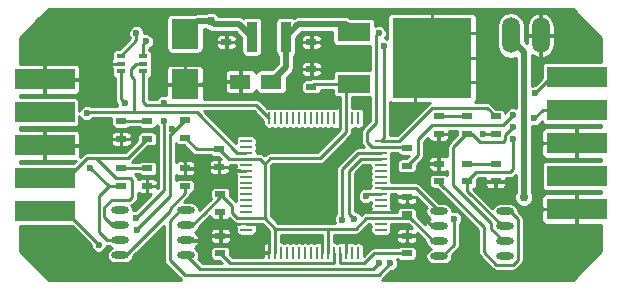
<source format=gtl>
G04 #@! TF.FileFunction,Copper,L1,Top,Signal*
%FSLAX46Y46*%
G04 Gerber Fmt 4.6, Leading zero omitted, Abs format (unit mm)*
G04 Created by KiCad (PCBNEW (2015-07-11 BZR 5925, Git c291b88)-product) date 8/13/2015 4:45:21 PM*
%MOMM*%
G01*
G04 APERTURE LIST*
%ADD10C,0.100000*%
%ADD11R,0.900000X0.500000*%
%ADD12R,1.800000X1.230000*%
%ADD13R,2.301240X2.499360*%
%ADD14R,0.900000X2.500000*%
%ADD15O,1.473200X0.609600*%
%ADD16R,2.780000X1.550000*%
%ADD17R,6.730000X6.740000*%
%ADD18R,0.749300X0.398780*%
%ADD19R,5.080000X1.778000*%
%ADD20R,1.000000X0.250000*%
%ADD21R,0.250000X1.000000*%
%ADD22O,1.506220X3.014980*%
%ADD23C,0.600000*%
%ADD24C,0.750000*%
%ADD25C,0.250000*%
%ADD26C,0.500000*%
%ADD27C,0.254000*%
G04 APERTURE END LIST*
D10*
D11*
X64500000Y-129550000D03*
X64500000Y-131050000D03*
X62300000Y-125550000D03*
X62300000Y-127050000D03*
X89200000Y-125150000D03*
X89200000Y-126650000D03*
X94000000Y-129150000D03*
X94000000Y-130650000D03*
X71200000Y-117350000D03*
X71200000Y-118850000D03*
D12*
X72390000Y-122200000D03*
X75010000Y-122200000D03*
D11*
X78400000Y-117350000D03*
X78400000Y-118850000D03*
X78400000Y-122650000D03*
X78400000Y-121150000D03*
X86500000Y-133450000D03*
X86500000Y-131950000D03*
X70700000Y-131750000D03*
X70700000Y-133250000D03*
X70600000Y-127950000D03*
X70600000Y-129450000D03*
X70700000Y-136750000D03*
X70700000Y-135250000D03*
D13*
X67700000Y-118151160D03*
X67700000Y-122448840D03*
D14*
X73350000Y-118400000D03*
X76250000Y-118400000D03*
D11*
X67700000Y-126950000D03*
X67700000Y-125450000D03*
X62300000Y-131050000D03*
X62300000Y-129550000D03*
X64500000Y-127050000D03*
X64500000Y-125550000D03*
X91600000Y-126650000D03*
X91600000Y-125150000D03*
X91600000Y-130650000D03*
X91600000Y-129150000D03*
X67700000Y-131050000D03*
X67700000Y-129550000D03*
X89200000Y-130650000D03*
X89200000Y-129150000D03*
X86500000Y-129350000D03*
X86500000Y-127850000D03*
D15*
X67794000Y-136905000D03*
X67794000Y-135635000D03*
X67794000Y-134365000D03*
X67794000Y-133095000D03*
X62206000Y-133095000D03*
X62206000Y-134365000D03*
X62206000Y-135635000D03*
X62206000Y-136905000D03*
X89206000Y-133195000D03*
X89206000Y-134465000D03*
X89206000Y-135735000D03*
X89206000Y-137005000D03*
X94794000Y-137005000D03*
X94794000Y-135735000D03*
X94794000Y-134465000D03*
X94794000Y-133195000D03*
D16*
X82000000Y-122380000D03*
D17*
X88635000Y-120200000D03*
D16*
X82000000Y-118020000D03*
D18*
X62250040Y-120049760D03*
X62250040Y-120700000D03*
X62250040Y-121350240D03*
X64149960Y-121350240D03*
X64149960Y-120700000D03*
X64149960Y-120049760D03*
D11*
X86500000Y-136750000D03*
X86500000Y-135250000D03*
D19*
X55840000Y-124806000D03*
X55840000Y-127600000D03*
X55840000Y-130394000D03*
X55840000Y-133188000D03*
X55840000Y-122012000D03*
X100860000Y-130194000D03*
X100860000Y-127400000D03*
X100860000Y-124606000D03*
X100860000Y-121812000D03*
X100860000Y-132988000D03*
D20*
X72900000Y-127250000D03*
X72900000Y-127750000D03*
X72900000Y-128250000D03*
X72900000Y-128750000D03*
X72900000Y-129250000D03*
X72900000Y-129750000D03*
X72900000Y-130250000D03*
X72900000Y-130750000D03*
X72900000Y-131250000D03*
X72900000Y-131750000D03*
X72900000Y-132250000D03*
X72900000Y-132750000D03*
X72900000Y-133250000D03*
X72900000Y-133750000D03*
X72900000Y-134250000D03*
X72900000Y-134750000D03*
D21*
X74850000Y-136700000D03*
X75350000Y-136700000D03*
X75850000Y-136700000D03*
X76350000Y-136700000D03*
X76850000Y-136700000D03*
X77350000Y-136700000D03*
X77850000Y-136700000D03*
X78350000Y-136700000D03*
X78850000Y-136700000D03*
X79350000Y-136700000D03*
X79850000Y-136700000D03*
X80350000Y-136700000D03*
X80850000Y-136700000D03*
X81350000Y-136700000D03*
X81850000Y-136700000D03*
X82350000Y-136700000D03*
D20*
X84300000Y-134750000D03*
X84300000Y-134250000D03*
X84300000Y-133750000D03*
X84300000Y-133250000D03*
X84300000Y-132750000D03*
X84300000Y-132250000D03*
X84300000Y-131750000D03*
X84300000Y-131250000D03*
X84300000Y-130750000D03*
X84300000Y-130250000D03*
X84300000Y-129750000D03*
X84300000Y-129250000D03*
X84300000Y-128750000D03*
X84300000Y-128250000D03*
X84300000Y-127750000D03*
X84300000Y-127250000D03*
D21*
X82350000Y-125300000D03*
X81850000Y-125300000D03*
X81350000Y-125300000D03*
X80850000Y-125300000D03*
X80350000Y-125300000D03*
X79850000Y-125300000D03*
X79350000Y-125300000D03*
X78850000Y-125300000D03*
X78350000Y-125300000D03*
X77850000Y-125300000D03*
X77350000Y-125300000D03*
X76850000Y-125300000D03*
X76350000Y-125300000D03*
X75850000Y-125300000D03*
X75350000Y-125300000D03*
X74850000Y-125300000D03*
D22*
X95280000Y-118300000D03*
X97820000Y-118300000D03*
D11*
X94000000Y-126650000D03*
X94000000Y-125150000D03*
D23*
X85600000Y-125950000D03*
X87150000Y-124600000D03*
X70600000Y-125250000D03*
X91750000Y-135600000D03*
X93400000Y-123600000D03*
X93200000Y-120800000D03*
X93200000Y-118100000D03*
X54900000Y-135500000D03*
X64600000Y-138300000D03*
X97100000Y-133500000D03*
X99150000Y-134900000D03*
X102150000Y-134750000D03*
X81500000Y-135500000D03*
X82000000Y-127300000D03*
X76000000Y-133500000D03*
X78900000Y-135400000D03*
X78400000Y-123900000D03*
X77800000Y-127400000D03*
X79700000Y-120000000D03*
X71200000Y-120600000D03*
X60500000Y-120000000D03*
X59400000Y-125900000D03*
X59400000Y-126900000D03*
X59400000Y-128000000D03*
X72500000Y-123500000D03*
X69700000Y-122700000D03*
X87800000Y-136300000D03*
X88150000Y-128250000D03*
X94050000Y-132200000D03*
X97300000Y-126700000D03*
X97300000Y-127700000D03*
X97300000Y-128800000D03*
X87700000Y-133000000D03*
X82600000Y-132900000D03*
X74400000Y-134900000D03*
X69400000Y-135300000D03*
X69100000Y-129500000D03*
D24*
X96400000Y-132000000D03*
X69900000Y-117100000D03*
D23*
X63600000Y-118100000D03*
X84100000Y-118100000D03*
X84600000Y-119200000D03*
X64400000Y-118800000D03*
X85100000Y-137600000D03*
X82000000Y-133800000D03*
X84100000Y-137600000D03*
X81000000Y-133900000D03*
X90500000Y-133800000D03*
X83000000Y-131900000D03*
X59700000Y-129500000D03*
X95500000Y-127100000D03*
X95500000Y-126050000D03*
X97300000Y-125300000D03*
X95500000Y-125050000D03*
X63550000Y-133750000D03*
X65900000Y-125550000D03*
X65900000Y-124000000D03*
X59400000Y-124900000D03*
X62600000Y-124050000D03*
X66650000Y-126250000D03*
X60400000Y-136000000D03*
X63650000Y-134750000D03*
X92950000Y-126600000D03*
X97350000Y-123200000D03*
D25*
X62300000Y-129550000D02*
X64500000Y-129550000D01*
X74850000Y-136700000D02*
X74850000Y-135600000D01*
X74850000Y-135600000D02*
X74750000Y-135500000D01*
X84300000Y-133250000D02*
X85100000Y-133250000D01*
X85100000Y-133250000D02*
X85550000Y-132800000D01*
X80850000Y-125300000D02*
X80850000Y-124450000D01*
X80850000Y-124450000D02*
X80300000Y-123900000D01*
X93200000Y-118100000D02*
X90735000Y-118100000D01*
X90735000Y-118100000D02*
X88635000Y-120200000D01*
X88635000Y-120200000D02*
X90685000Y-122250000D01*
X90685000Y-122250000D02*
X93400000Y-122250000D01*
X93400000Y-122250000D02*
X93300000Y-122250000D01*
X93300000Y-122250000D02*
X93400000Y-122250000D01*
X88635000Y-120200000D02*
X87150000Y-121685000D01*
X87150000Y-121685000D02*
X87150000Y-124600000D01*
X85600000Y-125500000D02*
X85550000Y-125450000D01*
X85600000Y-125950000D02*
X85600000Y-125500000D01*
X77800000Y-127400000D02*
X74950000Y-127400000D01*
X72800000Y-125250000D02*
X70600000Y-125250000D01*
X74950000Y-127400000D02*
X72800000Y-125250000D01*
X91750000Y-135600000D02*
X91750000Y-136100000D01*
X88150000Y-128250000D02*
X89000000Y-128250000D01*
X89200000Y-128450000D02*
X89200000Y-129150000D01*
X89000000Y-128250000D02*
X89200000Y-128450000D01*
X93400000Y-121000000D02*
X93400000Y-122250000D01*
X93400000Y-122250000D02*
X93400000Y-123600000D01*
X93200000Y-120800000D02*
X93400000Y-121000000D01*
X55840000Y-127600000D02*
X59100000Y-127600000D01*
X59100000Y-127600000D02*
X59400000Y-127300000D01*
X57700000Y-138300000D02*
X54900000Y-135500000D01*
X64600000Y-138300000D02*
X57700000Y-138300000D01*
X100860000Y-132988000D02*
X100860000Y-134410000D01*
X97100000Y-134050000D02*
X97100000Y-133500000D01*
X97950000Y-134900000D02*
X97100000Y-134050000D01*
X99150000Y-134900000D02*
X97950000Y-134900000D01*
X101200000Y-134750000D02*
X102150000Y-134750000D01*
X100860000Y-134410000D02*
X101200000Y-134750000D01*
X72900000Y-129750000D02*
X71850000Y-129750000D01*
X71550000Y-129450000D02*
X70600000Y-129450000D01*
X71850000Y-129750000D02*
X71550000Y-129450000D01*
X74850000Y-136700000D02*
X73700000Y-136700000D01*
X74400000Y-135000000D02*
X74400000Y-134900000D01*
X73700000Y-135700000D02*
X74400000Y-135000000D01*
X73700000Y-136700000D02*
X73700000Y-135700000D01*
X81350000Y-136700000D02*
X81350000Y-135650000D01*
X81350000Y-135650000D02*
X81500000Y-135500000D01*
X89206000Y-134465000D02*
X88665000Y-134465000D01*
X88665000Y-134465000D02*
X88000000Y-133800000D01*
X79350000Y-136700000D02*
X79350000Y-135850000D01*
X82000000Y-127500000D02*
X82000000Y-127300000D01*
X76000000Y-133500000D02*
X82000000Y-127500000D01*
X79350000Y-135850000D02*
X78900000Y-135400000D01*
X78400000Y-123900000D02*
X78800000Y-123900000D01*
X80850000Y-125300000D02*
X80850000Y-126150000D01*
X80850000Y-126150000D02*
X79600000Y-127400000D01*
X79600000Y-127400000D02*
X77800000Y-127400000D01*
X88635000Y-120200000D02*
X91100000Y-120200000D01*
X78400000Y-121150000D02*
X78400000Y-120000000D01*
X78400000Y-120000000D02*
X79700000Y-120000000D01*
X71200000Y-118850000D02*
X71200000Y-120600000D01*
X62250040Y-120700000D02*
X61200000Y-120700000D01*
X61200000Y-120700000D02*
X60500000Y-120000000D01*
X59400000Y-126900000D02*
X59400000Y-127300000D01*
X59400000Y-127300000D02*
X59400000Y-128000000D01*
X72390000Y-122200000D02*
X72390000Y-123390000D01*
X72390000Y-123390000D02*
X72500000Y-123500000D01*
X67700000Y-122448840D02*
X69448840Y-122448840D01*
X69448840Y-122448840D02*
X69700000Y-122700000D01*
X86500000Y-135250000D02*
X87450000Y-135250000D01*
X87450000Y-135250000D02*
X87800000Y-135600000D01*
X87800000Y-135600000D02*
X87800000Y-136300000D01*
X94000000Y-130650000D02*
X95550000Y-130650000D01*
X95550000Y-130650000D02*
X95400000Y-130800000D01*
X95400000Y-130800000D02*
X94050000Y-132200000D01*
X100860000Y-127400000D02*
X98000000Y-127400000D01*
X98000000Y-127400000D02*
X97300000Y-126700000D01*
X97300000Y-127700000D02*
X97300000Y-128800000D01*
X86500000Y-131950000D02*
X87250000Y-131950000D01*
X87700000Y-132400000D02*
X87700000Y-133000000D01*
X87250000Y-131950000D02*
X87700000Y-132400000D01*
X84300000Y-133250000D02*
X82950000Y-133250000D01*
X82950000Y-133250000D02*
X82600000Y-132900000D01*
X72900000Y-134250000D02*
X73750000Y-134250000D01*
X73750000Y-134250000D02*
X74400000Y-134900000D01*
X70700000Y-135250000D02*
X69450000Y-135250000D01*
X69450000Y-135250000D02*
X69400000Y-135300000D01*
X67700000Y-129550000D02*
X69050000Y-129550000D01*
X69050000Y-129550000D02*
X69100000Y-129500000D01*
X100860000Y-132988000D02*
X98588000Y-132988000D01*
X56501760Y-121350240D02*
X55840000Y-122012000D01*
X62300000Y-125550000D02*
X64500000Y-125550000D01*
X91600000Y-125150000D02*
X89200000Y-125150000D01*
X94000000Y-129150000D02*
X91600000Y-129150000D01*
D26*
X96400000Y-120800000D02*
X96400000Y-119700000D01*
X96400000Y-119700000D02*
X95000000Y-118300000D01*
X96400000Y-132000000D02*
X96400000Y-130900000D01*
X71200000Y-117350000D02*
X72300000Y-117350000D01*
X72300000Y-117350000D02*
X73350000Y-118400000D01*
X69900000Y-117100000D02*
X68751160Y-117100000D01*
X68751160Y-117100000D02*
X67700000Y-118151160D01*
X70150000Y-117350000D02*
X71200000Y-117350000D01*
X69900000Y-117100000D02*
X70150000Y-117350000D01*
X96400000Y-130900000D02*
X96400000Y-120800000D01*
X75010000Y-122200000D02*
X76250000Y-120960000D01*
X76250000Y-120960000D02*
X76250000Y-118400000D01*
X78400000Y-117350000D02*
X81330000Y-117350000D01*
X81330000Y-117350000D02*
X82000000Y-118020000D01*
X76250000Y-118400000D02*
X77300000Y-117350000D01*
X77300000Y-117350000D02*
X78400000Y-117350000D01*
D25*
X70700000Y-131750000D02*
X70700000Y-132000000D01*
X70700000Y-132000000D02*
X69300000Y-133400000D01*
X81350000Y-125300000D02*
X81350000Y-126450000D01*
X74900000Y-128700000D02*
X74450000Y-129150000D01*
X79100000Y-128700000D02*
X74900000Y-128700000D01*
X81350000Y-126450000D02*
X79100000Y-128700000D01*
X70600000Y-127950000D02*
X68700000Y-127950000D01*
X68700000Y-127950000D02*
X67700000Y-126950000D01*
X72900000Y-128750000D02*
X71400000Y-128750000D01*
X71400000Y-128750000D02*
X70600000Y-127950000D01*
X72900000Y-128750000D02*
X74050000Y-128750000D01*
X74050000Y-128750000D02*
X74450000Y-129150000D01*
X74450000Y-129150000D02*
X74450000Y-133750000D01*
X69300000Y-133400000D02*
X68335000Y-134365000D01*
X68335000Y-134365000D02*
X67794000Y-134365000D01*
X72900000Y-133750000D02*
X72150000Y-133750000D01*
X71700000Y-132750000D02*
X70700000Y-131750000D01*
X71700000Y-133300000D02*
X71700000Y-132750000D01*
X72150000Y-133750000D02*
X71700000Y-133300000D01*
X82000000Y-122380000D02*
X78670000Y-122380000D01*
X78670000Y-122380000D02*
X78400000Y-122650000D01*
X81350000Y-125300000D02*
X81350000Y-123030000D01*
X81350000Y-123030000D02*
X82000000Y-122380000D01*
X79850000Y-136700000D02*
X79850000Y-134700000D01*
X79850000Y-134700000D02*
X79800000Y-134650000D01*
X78600000Y-134650000D02*
X79800000Y-134650000D01*
X79800000Y-134650000D02*
X82150000Y-134650000D01*
X83050000Y-133750000D02*
X84300000Y-133750000D01*
X82150000Y-134650000D02*
X83050000Y-133750000D01*
X75350000Y-134650000D02*
X78600000Y-134650000D01*
X78600000Y-134650000D02*
X78650000Y-134650000D01*
X75350000Y-136700000D02*
X75350000Y-134650000D01*
X74450000Y-133750000D02*
X72900000Y-133750000D01*
X75350000Y-134650000D02*
X74450000Y-133750000D01*
X86500000Y-133450000D02*
X86500000Y-133600000D01*
X86500000Y-133600000D02*
X86350000Y-133750000D01*
X89206000Y-135735000D02*
X88785000Y-135735000D01*
X88785000Y-135735000D02*
X86800000Y-133750000D01*
X86800000Y-133750000D02*
X86350000Y-133750000D01*
X86350000Y-133750000D02*
X84300000Y-133750000D01*
X86400000Y-127750000D02*
X85900000Y-127750000D01*
X85900000Y-127750000D02*
X84300000Y-127750000D01*
X86400000Y-127750000D02*
X86500000Y-127850000D01*
X63600000Y-118699800D02*
X63600000Y-118100000D01*
X83900000Y-125700000D02*
X83100000Y-126500000D01*
X83100000Y-126500000D02*
X83100000Y-127300000D01*
X83100000Y-127300000D02*
X83550000Y-127750000D01*
X83550000Y-127750000D02*
X84300000Y-127750000D01*
X62250040Y-120049760D02*
X63600000Y-118699800D01*
X84100000Y-118100000D02*
X83900000Y-118300000D01*
X83900000Y-118300000D02*
X83900000Y-125700000D01*
X84300000Y-127250000D02*
X85850000Y-127250000D01*
X93300000Y-124450000D02*
X94000000Y-125150000D01*
X88650000Y-124450000D02*
X93300000Y-124450000D01*
X85850000Y-127250000D02*
X88650000Y-124450000D01*
X64149960Y-120049760D02*
X64149960Y-119050040D01*
X84600000Y-126950000D02*
X84300000Y-127250000D01*
X84600000Y-119200000D02*
X84600000Y-126950000D01*
X64149960Y-119050040D02*
X64400000Y-118800000D01*
X84300000Y-128750000D02*
X82600002Y-128750000D01*
X66400000Y-134000000D02*
X67305000Y-133095000D01*
X66400000Y-137300000D02*
X66400000Y-134000000D01*
X67700000Y-138600000D02*
X66400000Y-137300000D01*
X84100000Y-138600000D02*
X67700000Y-138600000D01*
X85100000Y-137600000D02*
X84100000Y-138600000D01*
X81600000Y-133400000D02*
X82000000Y-133800000D01*
X81600000Y-129750002D02*
X81600000Y-133400000D01*
X82600002Y-128750000D02*
X81600000Y-129750002D01*
X67305000Y-133095000D02*
X67794000Y-133095000D01*
X81000000Y-133100000D02*
X81000000Y-129600000D01*
X68989000Y-138100000D02*
X83600000Y-138100000D01*
X83600000Y-138100000D02*
X84100000Y-137600000D01*
X81000000Y-133900000D02*
X81000000Y-133100000D01*
X67794000Y-136905000D02*
X68989000Y-138100000D01*
X82350000Y-128250000D02*
X84300000Y-128250000D01*
X81000000Y-129600000D02*
X82350000Y-128250000D01*
X84300000Y-131750000D02*
X83150000Y-131750000D01*
X90500000Y-136000000D02*
X89495000Y-137005000D01*
X90500000Y-133800000D02*
X90500000Y-136000000D01*
X83150000Y-131750000D02*
X83000000Y-131900000D01*
X89495000Y-137005000D02*
X89206000Y-137005000D01*
X84300000Y-131250000D02*
X87261000Y-131250000D01*
X87261000Y-131250000D02*
X89206000Y-133195000D01*
X62206000Y-135635000D02*
X61135000Y-135635000D01*
X60400000Y-131900000D02*
X61250000Y-131050000D01*
X60400000Y-134900000D02*
X60400000Y-131900000D01*
X61135000Y-135635000D02*
X60400000Y-134900000D01*
X61250000Y-131050000D02*
X61000000Y-131300000D01*
X59700000Y-129500000D02*
X61250000Y-131050000D01*
X61250000Y-131050000D02*
X62300000Y-131050000D01*
X61535000Y-135635000D02*
X62206000Y-135635000D01*
X63250000Y-131950000D02*
X63250000Y-130550000D01*
X60850002Y-133650002D02*
X60850002Y-132849998D01*
X60850002Y-132849998D02*
X61500000Y-132200000D01*
X61500000Y-132200000D02*
X63000000Y-132200000D01*
X63000000Y-132200000D02*
X63250000Y-131950000D01*
X61565000Y-134365000D02*
X60850002Y-133650002D01*
X61850000Y-130350000D02*
X60200000Y-128700000D01*
X63050000Y-130350000D02*
X61850000Y-130350000D01*
X63250000Y-130550000D02*
X63050000Y-130350000D01*
X62206000Y-134365000D02*
X61565000Y-134365000D01*
X55840000Y-130394000D02*
X57706000Y-130394000D01*
X57706000Y-130394000D02*
X59400000Y-128700000D01*
X59400000Y-128700000D02*
X60200000Y-128700000D01*
X60200000Y-128700000D02*
X61800000Y-128700000D01*
X61800000Y-128700000D02*
X62850000Y-128700000D01*
X62850000Y-128700000D02*
X64500000Y-127050000D01*
X62206000Y-134365000D02*
X62485000Y-134365000D01*
X100616000Y-129950000D02*
X100860000Y-130194000D01*
X94794000Y-134465000D02*
X94615000Y-134465000D01*
X94615000Y-134465000D02*
X91600000Y-131450000D01*
X91600000Y-131450000D02*
X91600000Y-130650000D01*
X95500000Y-127850000D02*
X95500000Y-127100000D01*
X92350000Y-129900000D02*
X91600000Y-130650000D01*
X95200000Y-129900000D02*
X92350000Y-129900000D01*
X95500000Y-129600000D02*
X95200000Y-129900000D01*
X95500000Y-127850000D02*
X95500000Y-129600000D01*
X94794000Y-135735000D02*
X94685000Y-135735000D01*
X94685000Y-135735000D02*
X93600000Y-134650000D01*
X93600000Y-134200000D02*
X90400000Y-131000000D01*
X93600000Y-134650000D02*
X93600000Y-134200000D01*
X94825000Y-127125000D02*
X94825000Y-126725000D01*
X94825000Y-126725000D02*
X95500000Y-126050000D01*
X91600000Y-126650000D02*
X92000000Y-126650000D01*
X92000000Y-126650000D02*
X92650000Y-127300000D01*
X92650000Y-127300000D02*
X94650000Y-127300000D01*
X94650000Y-127300000D02*
X94825000Y-127125000D01*
X97300000Y-125300000D02*
X97994000Y-124606000D01*
X97994000Y-124606000D02*
X100860000Y-124606000D01*
X94794000Y-135735000D02*
X94235000Y-135735000D01*
X90400000Y-131000000D02*
X90400000Y-127750000D01*
X90400000Y-127750000D02*
X91600000Y-126550000D01*
X66400000Y-132950000D02*
X67700000Y-131650000D01*
X67700000Y-131650000D02*
X67700000Y-131050000D01*
X62206000Y-136905000D02*
X62695000Y-136905000D01*
X62695000Y-136905000D02*
X66400000Y-133200000D01*
X66400000Y-133200000D02*
X66400000Y-132950000D01*
X89200000Y-130650000D02*
X89200000Y-130750000D01*
X89200000Y-130750000D02*
X93000000Y-134550000D01*
X93000000Y-134550000D02*
X93000000Y-136650000D01*
X93000000Y-136650000D02*
X94050000Y-137700000D01*
X94050000Y-137700000D02*
X95500000Y-137700000D01*
X95500000Y-137700000D02*
X95900000Y-137300000D01*
X95900000Y-137300000D02*
X95900000Y-133850000D01*
X95900000Y-133850000D02*
X95245000Y-133195000D01*
X95245000Y-133195000D02*
X94794000Y-133195000D01*
X94794000Y-133195000D02*
X94395000Y-133195000D01*
X93850000Y-125900000D02*
X94650000Y-125900000D01*
X94650000Y-125900000D02*
X95500000Y-125050000D01*
X93850000Y-125900000D02*
X88650000Y-125900000D01*
X88650000Y-125900000D02*
X87450000Y-127100000D01*
X87450000Y-127100000D02*
X87450000Y-128400000D01*
X87450000Y-128400000D02*
X86500000Y-129350000D01*
X80350000Y-136700000D02*
X80350000Y-137550000D01*
X71550000Y-137600000D02*
X70700000Y-136750000D01*
X80300000Y-137600000D02*
X71550000Y-137600000D01*
X80350000Y-137550000D02*
X80300000Y-137600000D01*
X86500000Y-136750000D02*
X83750000Y-136750000D01*
X80850000Y-137550000D02*
X80850000Y-136700000D01*
X80900000Y-137600000D02*
X80850000Y-137550000D01*
X82900000Y-137600000D02*
X80900000Y-137600000D01*
X83750000Y-136750000D02*
X82900000Y-137600000D01*
X64149960Y-122249960D02*
X64149960Y-123949960D01*
X64400000Y-124200000D02*
X66400000Y-124200000D01*
X64149960Y-123949960D02*
X64400000Y-124200000D01*
X65900000Y-124000000D02*
X66100000Y-124200000D01*
X66100000Y-124200000D02*
X66400000Y-124200000D01*
X73750000Y-124200000D02*
X74850000Y-125300000D01*
X66400000Y-124200000D02*
X73750000Y-124200000D01*
X63550000Y-133750000D02*
X65900000Y-131400000D01*
X65900000Y-131400000D02*
X65900000Y-125550000D01*
X64149960Y-122249960D02*
X64149960Y-121350240D01*
X63150000Y-121699998D02*
X63400000Y-121949998D01*
X63400000Y-121949998D02*
X63400000Y-124800000D01*
X64149960Y-120700000D02*
X63600000Y-120700000D01*
X63150000Y-121150000D02*
X63150000Y-121699998D01*
X63600000Y-120700000D02*
X63150000Y-121150000D01*
X72900000Y-128250000D02*
X72150000Y-128250000D01*
X72150000Y-128250000D02*
X68700000Y-124800000D01*
X68700000Y-124800000D02*
X63400000Y-124800000D01*
X59500000Y-124800000D02*
X59400000Y-124900000D01*
X63400000Y-124800000D02*
X59500000Y-124800000D01*
X66450000Y-126700000D02*
X66650000Y-126500000D01*
X62250040Y-123700040D02*
X62250040Y-121350240D01*
X62600000Y-124050000D02*
X62250040Y-123700040D01*
X66650000Y-126500000D02*
X66650000Y-126250000D01*
X55840000Y-133188000D02*
X57588000Y-133188000D01*
X57588000Y-133188000D02*
X60400000Y-136000000D01*
X66450000Y-126700000D02*
X67700000Y-125450000D01*
X66450000Y-131900000D02*
X66450000Y-126700000D01*
X63650000Y-134700000D02*
X66450000Y-131900000D01*
X63650000Y-134750000D02*
X63650000Y-134700000D01*
X55840000Y-124806000D02*
X56496000Y-124150000D01*
X57194000Y-124806000D02*
X55840000Y-124806000D01*
X94000000Y-126650000D02*
X93000000Y-126650000D01*
X93000000Y-126650000D02*
X92950000Y-126600000D01*
X97350000Y-123200000D02*
X98738000Y-121812000D01*
X98738000Y-121812000D02*
X100860000Y-121812000D01*
D27*
G36*
X65898000Y-137299995D02*
X65897999Y-137300000D01*
X65936212Y-137492107D01*
X66045032Y-137654968D01*
X67345030Y-138954965D01*
X67345032Y-138954968D01*
X67372019Y-138973000D01*
X56176869Y-138973000D01*
X53727000Y-136523130D01*
X53727000Y-134461386D01*
X58151450Y-134461386D01*
X59722971Y-136032906D01*
X59722883Y-136134073D01*
X59825733Y-136382989D01*
X60016010Y-136573598D01*
X60264746Y-136676882D01*
X60534073Y-136677117D01*
X60782989Y-136574267D01*
X60973598Y-136383990D01*
X61076882Y-136135254D01*
X61076891Y-136125442D01*
X61135000Y-136137001D01*
X61135005Y-136137000D01*
X61300053Y-136137000D01*
X61491469Y-136264901D01*
X61517103Y-136270000D01*
X61491469Y-136275099D01*
X61270278Y-136422895D01*
X61122482Y-136644086D01*
X61070583Y-136905000D01*
X61122482Y-137165914D01*
X61270278Y-137387105D01*
X61491469Y-137534901D01*
X61752383Y-137586800D01*
X62659617Y-137586800D01*
X62920531Y-137534901D01*
X63141722Y-137387105D01*
X63289518Y-137165914D01*
X63325645Y-136984291D01*
X65898000Y-134411935D01*
X65898000Y-137299995D01*
X65898000Y-137299995D01*
G37*
X65898000Y-137299995D02*
X65897999Y-137300000D01*
X65936212Y-137492107D01*
X66045032Y-137654968D01*
X67345030Y-138954965D01*
X67345032Y-138954968D01*
X67372019Y-138973000D01*
X56176869Y-138973000D01*
X53727000Y-136523130D01*
X53727000Y-134461386D01*
X58151450Y-134461386D01*
X59722971Y-136032906D01*
X59722883Y-136134073D01*
X59825733Y-136382989D01*
X60016010Y-136573598D01*
X60264746Y-136676882D01*
X60534073Y-136677117D01*
X60782989Y-136574267D01*
X60973598Y-136383990D01*
X61076882Y-136135254D01*
X61076891Y-136125442D01*
X61135000Y-136137001D01*
X61135005Y-136137000D01*
X61300053Y-136137000D01*
X61491469Y-136264901D01*
X61517103Y-136270000D01*
X61491469Y-136275099D01*
X61270278Y-136422895D01*
X61122482Y-136644086D01*
X61070583Y-136905000D01*
X61122482Y-137165914D01*
X61270278Y-137387105D01*
X61491469Y-137534901D01*
X61752383Y-137586800D01*
X62659617Y-137586800D01*
X62920531Y-137534901D01*
X63141722Y-137387105D01*
X63289518Y-137165914D01*
X63325645Y-136984291D01*
X65898000Y-134411935D01*
X65898000Y-137299995D01*
G36*
X97963505Y-125638749D02*
X98046498Y-125765091D01*
X98171788Y-125849663D01*
X98320000Y-125879386D01*
X102973000Y-125879386D01*
X102973000Y-126076000D01*
X100995750Y-126076000D01*
X100887000Y-126184750D01*
X100887000Y-127373000D01*
X100907000Y-127373000D01*
X100907000Y-127427000D01*
X100887000Y-127427000D01*
X100887000Y-128615250D01*
X100995750Y-128724000D01*
X102973000Y-128724000D01*
X102973000Y-128920614D01*
X98320000Y-128920614D01*
X98176251Y-128948505D01*
X98049909Y-129031498D01*
X97965337Y-129156788D01*
X97935614Y-129305000D01*
X97935614Y-131083000D01*
X97963505Y-131226749D01*
X98046498Y-131353091D01*
X98171788Y-131437663D01*
X98320000Y-131467386D01*
X102973000Y-131467386D01*
X102973000Y-131664000D01*
X100995750Y-131664000D01*
X100887000Y-131772750D01*
X100887000Y-132961000D01*
X100907000Y-132961000D01*
X100907000Y-133015000D01*
X100887000Y-133015000D01*
X100887000Y-134203250D01*
X100995750Y-134312000D01*
X102973000Y-134312000D01*
X102973000Y-136523131D01*
X100523130Y-138973000D01*
X84427981Y-138973000D01*
X84454968Y-138954968D01*
X85132907Y-138277029D01*
X85234073Y-138277117D01*
X85482989Y-138174267D01*
X85673598Y-137983990D01*
X85776882Y-137735254D01*
X85777117Y-137465927D01*
X85688724Y-137252000D01*
X85764614Y-137252000D01*
X85776498Y-137270091D01*
X85901788Y-137354663D01*
X86050000Y-137384386D01*
X86950000Y-137384386D01*
X87093749Y-137356495D01*
X87220091Y-137273502D01*
X87304663Y-137148212D01*
X87334386Y-137000000D01*
X87334386Y-136500000D01*
X87306495Y-136356251D01*
X87223502Y-136229909D01*
X87098212Y-136145337D01*
X86950000Y-136115614D01*
X86050000Y-136115614D01*
X85906251Y-136143505D01*
X85779909Y-136226498D01*
X85765395Y-136248000D01*
X83750005Y-136248000D01*
X83750000Y-136247999D01*
X83557893Y-136286212D01*
X83395032Y-136395032D01*
X83395030Y-136395035D01*
X82859386Y-136930678D01*
X82859386Y-136200000D01*
X82831495Y-136056251D01*
X82748502Y-135929909D01*
X82623212Y-135845337D01*
X82475000Y-135815614D01*
X82225000Y-135815614D01*
X82097935Y-135840268D01*
X81975000Y-135815614D01*
X81725000Y-135815614D01*
X81696888Y-135821068D01*
X81561527Y-135765000D01*
X81485750Y-135765000D01*
X81377000Y-135873750D01*
X81377000Y-136041917D01*
X81370337Y-136051788D01*
X81350155Y-136152424D01*
X81331495Y-136056251D01*
X81323000Y-136043319D01*
X81323000Y-135873750D01*
X81214250Y-135765000D01*
X81138473Y-135765000D01*
X81002814Y-135821192D01*
X80975000Y-135815614D01*
X80725000Y-135815614D01*
X80597935Y-135840268D01*
X80475000Y-135815614D01*
X80352000Y-135815614D01*
X80352000Y-135385750D01*
X85615000Y-135385750D01*
X85615000Y-135586527D01*
X85681225Y-135746408D01*
X85803592Y-135868775D01*
X85963473Y-135935000D01*
X86364250Y-135935000D01*
X86473000Y-135826250D01*
X86473000Y-135277000D01*
X86527000Y-135277000D01*
X86527000Y-135826250D01*
X86635750Y-135935000D01*
X87036527Y-135935000D01*
X87196408Y-135868775D01*
X87318775Y-135746408D01*
X87385000Y-135586527D01*
X87385000Y-135385750D01*
X87276250Y-135277000D01*
X86527000Y-135277000D01*
X86473000Y-135277000D01*
X86473000Y-135277000D01*
X85723750Y-135277000D01*
X85615000Y-135385750D01*
X80352000Y-135385750D01*
X80352000Y-135152000D01*
X82149995Y-135152000D01*
X82150000Y-135152001D01*
X82342107Y-135113788D01*
X82504968Y-135004968D01*
X83257935Y-134252000D01*
X83415614Y-134252000D01*
X83415614Y-134375000D01*
X83440268Y-134502065D01*
X83415614Y-134625000D01*
X83415614Y-134875000D01*
X83443505Y-135018749D01*
X83526498Y-135145091D01*
X83651788Y-135229663D01*
X83800000Y-135259386D01*
X84800000Y-135259386D01*
X84943749Y-135231495D01*
X85070091Y-135148502D01*
X85154663Y-135023212D01*
X85176670Y-134913473D01*
X85615000Y-134913473D01*
X85615000Y-135114250D01*
X85723750Y-135223000D01*
X86473000Y-135223000D01*
X86473000Y-134673750D01*
X86364250Y-134565000D01*
X85963473Y-134565000D01*
X85803592Y-134631225D01*
X85681225Y-134753592D01*
X85615000Y-134913473D01*
X85176670Y-134913473D01*
X85184386Y-134875000D01*
X85184386Y-134625000D01*
X85159732Y-134497935D01*
X85184386Y-134375000D01*
X85184386Y-134252000D01*
X86349995Y-134252000D01*
X86350000Y-134252001D01*
X86350005Y-134252000D01*
X86592064Y-134252000D01*
X86905064Y-134565000D01*
X86635750Y-134565000D01*
X86527000Y-134673750D01*
X86527000Y-135223000D01*
X87276250Y-135223000D01*
X87385000Y-135114250D01*
X87385000Y-135044936D01*
X88071326Y-135731262D01*
X88070583Y-135735000D01*
X88122482Y-135995914D01*
X88270278Y-136217105D01*
X88491469Y-136364901D01*
X88517103Y-136370000D01*
X88491469Y-136375099D01*
X88270278Y-136522895D01*
X88122482Y-136744086D01*
X88070583Y-137005000D01*
X88122482Y-137265914D01*
X88270278Y-137487105D01*
X88491469Y-137634901D01*
X88752383Y-137686800D01*
X89659617Y-137686800D01*
X89920531Y-137634901D01*
X90141722Y-137487105D01*
X90289518Y-137265914D01*
X90341417Y-137005000D01*
X90318773Y-136891162D01*
X90854965Y-136354970D01*
X90854968Y-136354968D01*
X90963788Y-136192107D01*
X90973091Y-136145337D01*
X91002001Y-136000000D01*
X91002000Y-135999995D01*
X91002000Y-134255463D01*
X91073598Y-134183990D01*
X91176882Y-133935254D01*
X91177117Y-133665927D01*
X91074267Y-133417011D01*
X90883990Y-133226402D01*
X90635254Y-133123118D01*
X90365927Y-133122883D01*
X90330023Y-133137718D01*
X90289518Y-132934086D01*
X90141722Y-132712895D01*
X89920531Y-132565099D01*
X89659617Y-132513200D01*
X89234135Y-132513200D01*
X87615968Y-130895032D01*
X87453107Y-130786212D01*
X87261000Y-130747999D01*
X87260995Y-130748000D01*
X85184386Y-130748000D01*
X85184386Y-130625000D01*
X85159732Y-130497935D01*
X85184386Y-130375000D01*
X85184386Y-130125000D01*
X85159732Y-129997935D01*
X85184386Y-129875000D01*
X85184386Y-129625000D01*
X85159732Y-129497935D01*
X85184386Y-129375000D01*
X85184386Y-129125000D01*
X85159732Y-128997935D01*
X85184386Y-128875000D01*
X85184386Y-128625000D01*
X85159732Y-128497935D01*
X85184386Y-128375000D01*
X85184386Y-128252000D01*
X85698925Y-128252000D01*
X85776498Y-128370091D01*
X85901788Y-128454663D01*
X86050000Y-128484386D01*
X86655678Y-128484386D01*
X86424450Y-128715614D01*
X86050000Y-128715614D01*
X85906251Y-128743505D01*
X85779909Y-128826498D01*
X85695337Y-128951788D01*
X85665614Y-129100000D01*
X85665614Y-129600000D01*
X85693505Y-129743749D01*
X85776498Y-129870091D01*
X85901788Y-129954663D01*
X86050000Y-129984386D01*
X86950000Y-129984386D01*
X87093749Y-129956495D01*
X87220091Y-129873502D01*
X87304663Y-129748212D01*
X87334386Y-129600000D01*
X87334386Y-129285750D01*
X88315000Y-129285750D01*
X88315000Y-129486527D01*
X88381225Y-129646408D01*
X88503592Y-129768775D01*
X88663473Y-129835000D01*
X89064250Y-129835000D01*
X89173000Y-129726250D01*
X89173000Y-129177000D01*
X88423750Y-129177000D01*
X88315000Y-129285750D01*
X87334386Y-129285750D01*
X87334386Y-129225550D01*
X87746463Y-128813473D01*
X88315000Y-128813473D01*
X88315000Y-129014250D01*
X88423750Y-129123000D01*
X89173000Y-129123000D01*
X89173000Y-128573750D01*
X89064250Y-128465000D01*
X88663473Y-128465000D01*
X88503592Y-128531225D01*
X88381225Y-128653592D01*
X88315000Y-128813473D01*
X87746463Y-128813473D01*
X87804968Y-128754968D01*
X87913788Y-128592107D01*
X87952001Y-128400000D01*
X87952000Y-128399995D01*
X87952000Y-127307936D01*
X88315000Y-126944936D01*
X88315000Y-126986527D01*
X88381225Y-127146408D01*
X88503592Y-127268775D01*
X88663473Y-127335000D01*
X89064250Y-127335000D01*
X89173000Y-127226250D01*
X89173000Y-126677000D01*
X89227000Y-126677000D01*
X89227000Y-127226250D01*
X89335750Y-127335000D01*
X89736527Y-127335000D01*
X89896408Y-127268775D01*
X90018775Y-127146408D01*
X90085000Y-126986527D01*
X90085000Y-126785750D01*
X89976250Y-126677000D01*
X89227000Y-126677000D01*
X89173000Y-126677000D01*
X89173000Y-126677000D01*
X89153000Y-126677000D01*
X89153000Y-126623000D01*
X89173000Y-126623000D01*
X89173000Y-126603000D01*
X89227000Y-126603000D01*
X89227000Y-126623000D01*
X89976250Y-126623000D01*
X90085000Y-126514250D01*
X90085000Y-126402000D01*
X90765614Y-126402000D01*
X90765614Y-126674451D01*
X90045032Y-127395032D01*
X89936212Y-127557893D01*
X89897999Y-127750000D01*
X89898000Y-127750005D01*
X89898000Y-128532817D01*
X89896408Y-128531225D01*
X89736527Y-128465000D01*
X89335750Y-128465000D01*
X89227000Y-128573750D01*
X89227000Y-129123000D01*
X89247000Y-129123000D01*
X89247000Y-129177000D01*
X89227000Y-129177000D01*
X89227000Y-129726250D01*
X89335750Y-129835000D01*
X89736527Y-129835000D01*
X89896408Y-129768775D01*
X89898000Y-129767183D01*
X89898000Y-130112695D01*
X89798212Y-130045337D01*
X89650000Y-130015614D01*
X88750000Y-130015614D01*
X88606251Y-130043505D01*
X88479909Y-130126498D01*
X88395337Y-130251788D01*
X88365614Y-130400000D01*
X88365614Y-130900000D01*
X88393505Y-131043749D01*
X88476498Y-131170091D01*
X88601788Y-131254663D01*
X88750000Y-131284386D01*
X89024450Y-131284386D01*
X92498000Y-134757935D01*
X92498000Y-136649995D01*
X92497999Y-136650000D01*
X92536212Y-136842107D01*
X92645032Y-137004968D01*
X93695030Y-138054965D01*
X93695032Y-138054968D01*
X93765421Y-138102000D01*
X93857892Y-138163788D01*
X94050000Y-138202000D01*
X95499995Y-138202000D01*
X95500000Y-138202001D01*
X95692107Y-138163788D01*
X95854968Y-138054968D01*
X96254965Y-137654970D01*
X96254968Y-137654968D01*
X96335194Y-137534901D01*
X96363788Y-137492108D01*
X96402000Y-137300000D01*
X96402000Y-133850005D01*
X96402001Y-133850000D01*
X96363788Y-133657893D01*
X96254968Y-133495032D01*
X95923081Y-133163145D01*
X95915245Y-133123750D01*
X97885000Y-133123750D01*
X97885000Y-133963527D01*
X97951225Y-134123408D01*
X98073592Y-134245775D01*
X98233473Y-134312000D01*
X100724250Y-134312000D01*
X100833000Y-134203250D01*
X100833000Y-133015000D01*
X97993750Y-133015000D01*
X97885000Y-133123750D01*
X95915245Y-133123750D01*
X95877518Y-132934086D01*
X95729722Y-132712895D01*
X95508531Y-132565099D01*
X95247617Y-132513200D01*
X94340383Y-132513200D01*
X94079469Y-132565099D01*
X93858278Y-132712895D01*
X93743944Y-132884008D01*
X92128995Y-131269059D01*
X92193749Y-131256495D01*
X92320091Y-131173502D01*
X92404663Y-131048212D01*
X92434386Y-130900000D01*
X92434386Y-130785750D01*
X93115000Y-130785750D01*
X93115000Y-130986527D01*
X93181225Y-131146408D01*
X93303592Y-131268775D01*
X93463473Y-131335000D01*
X93864250Y-131335000D01*
X93973000Y-131226250D01*
X93973000Y-130677000D01*
X94027000Y-130677000D01*
X94027000Y-131226250D01*
X94135750Y-131335000D01*
X94536527Y-131335000D01*
X94696408Y-131268775D01*
X94818775Y-131146408D01*
X94885000Y-130986527D01*
X94885000Y-130785750D01*
X94776250Y-130677000D01*
X94027000Y-130677000D01*
X93973000Y-130677000D01*
X93973000Y-130677000D01*
X93223750Y-130677000D01*
X93115000Y-130785750D01*
X92434386Y-130785750D01*
X92434386Y-130525549D01*
X92557935Y-130402000D01*
X93115000Y-130402000D01*
X93115000Y-130514250D01*
X93223750Y-130623000D01*
X93973000Y-130623000D01*
X93973000Y-130603000D01*
X94027000Y-130603000D01*
X94027000Y-130623000D01*
X94776250Y-130623000D01*
X94885000Y-130514250D01*
X94885000Y-130402000D01*
X95199995Y-130402000D01*
X95200000Y-130402001D01*
X95392107Y-130363788D01*
X95554968Y-130254968D01*
X95723000Y-130086936D01*
X95723000Y-131542608D01*
X95720494Y-131545110D01*
X95598140Y-131839772D01*
X95597861Y-132158828D01*
X95719701Y-132453703D01*
X95945110Y-132679506D01*
X96239772Y-132801860D01*
X96558828Y-132802139D01*
X96853703Y-132680299D01*
X97079506Y-132454890D01*
X97201860Y-132160228D01*
X97201989Y-132012473D01*
X97885000Y-132012473D01*
X97885000Y-132852250D01*
X97993750Y-132961000D01*
X100833000Y-132961000D01*
X100833000Y-131772750D01*
X100724250Y-131664000D01*
X98233473Y-131664000D01*
X98073592Y-131730225D01*
X97951225Y-131852592D01*
X97885000Y-132012473D01*
X97201989Y-132012473D01*
X97202139Y-131841172D01*
X97080299Y-131546297D01*
X97077000Y-131542992D01*
X97077000Y-127535750D01*
X97885000Y-127535750D01*
X97885000Y-128375527D01*
X97951225Y-128535408D01*
X98073592Y-128657775D01*
X98233473Y-128724000D01*
X100724250Y-128724000D01*
X100833000Y-128615250D01*
X100833000Y-127427000D01*
X97993750Y-127427000D01*
X97885000Y-127535750D01*
X97077000Y-127535750D01*
X97077000Y-126424473D01*
X97885000Y-126424473D01*
X97885000Y-127264250D01*
X97993750Y-127373000D01*
X100833000Y-127373000D01*
X100833000Y-126184750D01*
X100724250Y-126076000D01*
X98233473Y-126076000D01*
X98073592Y-126142225D01*
X97951225Y-126264592D01*
X97885000Y-126424473D01*
X97077000Y-126424473D01*
X97077000Y-125940447D01*
X97164746Y-125976882D01*
X97434073Y-125977117D01*
X97682989Y-125874267D01*
X97873598Y-125683990D01*
X97940856Y-125522015D01*
X97963505Y-125638749D01*
X97963505Y-125638749D01*
G37*
X97963505Y-125638749D02*
X98046498Y-125765091D01*
X98171788Y-125849663D01*
X98320000Y-125879386D01*
X102973000Y-125879386D01*
X102973000Y-126076000D01*
X100995750Y-126076000D01*
X100887000Y-126184750D01*
X100887000Y-127373000D01*
X100907000Y-127373000D01*
X100907000Y-127427000D01*
X100887000Y-127427000D01*
X100887000Y-128615250D01*
X100995750Y-128724000D01*
X102973000Y-128724000D01*
X102973000Y-128920614D01*
X98320000Y-128920614D01*
X98176251Y-128948505D01*
X98049909Y-129031498D01*
X97965337Y-129156788D01*
X97935614Y-129305000D01*
X97935614Y-131083000D01*
X97963505Y-131226749D01*
X98046498Y-131353091D01*
X98171788Y-131437663D01*
X98320000Y-131467386D01*
X102973000Y-131467386D01*
X102973000Y-131664000D01*
X100995750Y-131664000D01*
X100887000Y-131772750D01*
X100887000Y-132961000D01*
X100907000Y-132961000D01*
X100907000Y-133015000D01*
X100887000Y-133015000D01*
X100887000Y-134203250D01*
X100995750Y-134312000D01*
X102973000Y-134312000D01*
X102973000Y-136523131D01*
X100523130Y-138973000D01*
X84427981Y-138973000D01*
X84454968Y-138954968D01*
X85132907Y-138277029D01*
X85234073Y-138277117D01*
X85482989Y-138174267D01*
X85673598Y-137983990D01*
X85776882Y-137735254D01*
X85777117Y-137465927D01*
X85688724Y-137252000D01*
X85764614Y-137252000D01*
X85776498Y-137270091D01*
X85901788Y-137354663D01*
X86050000Y-137384386D01*
X86950000Y-137384386D01*
X87093749Y-137356495D01*
X87220091Y-137273502D01*
X87304663Y-137148212D01*
X87334386Y-137000000D01*
X87334386Y-136500000D01*
X87306495Y-136356251D01*
X87223502Y-136229909D01*
X87098212Y-136145337D01*
X86950000Y-136115614D01*
X86050000Y-136115614D01*
X85906251Y-136143505D01*
X85779909Y-136226498D01*
X85765395Y-136248000D01*
X83750005Y-136248000D01*
X83750000Y-136247999D01*
X83557893Y-136286212D01*
X83395032Y-136395032D01*
X83395030Y-136395035D01*
X82859386Y-136930678D01*
X82859386Y-136200000D01*
X82831495Y-136056251D01*
X82748502Y-135929909D01*
X82623212Y-135845337D01*
X82475000Y-135815614D01*
X82225000Y-135815614D01*
X82097935Y-135840268D01*
X81975000Y-135815614D01*
X81725000Y-135815614D01*
X81696888Y-135821068D01*
X81561527Y-135765000D01*
X81485750Y-135765000D01*
X81377000Y-135873750D01*
X81377000Y-136041917D01*
X81370337Y-136051788D01*
X81350155Y-136152424D01*
X81331495Y-136056251D01*
X81323000Y-136043319D01*
X81323000Y-135873750D01*
X81214250Y-135765000D01*
X81138473Y-135765000D01*
X81002814Y-135821192D01*
X80975000Y-135815614D01*
X80725000Y-135815614D01*
X80597935Y-135840268D01*
X80475000Y-135815614D01*
X80352000Y-135815614D01*
X80352000Y-135385750D01*
X85615000Y-135385750D01*
X85615000Y-135586527D01*
X85681225Y-135746408D01*
X85803592Y-135868775D01*
X85963473Y-135935000D01*
X86364250Y-135935000D01*
X86473000Y-135826250D01*
X86473000Y-135277000D01*
X86527000Y-135277000D01*
X86527000Y-135826250D01*
X86635750Y-135935000D01*
X87036527Y-135935000D01*
X87196408Y-135868775D01*
X87318775Y-135746408D01*
X87385000Y-135586527D01*
X87385000Y-135385750D01*
X87276250Y-135277000D01*
X86527000Y-135277000D01*
X86473000Y-135277000D01*
X86473000Y-135277000D01*
X85723750Y-135277000D01*
X85615000Y-135385750D01*
X80352000Y-135385750D01*
X80352000Y-135152000D01*
X82149995Y-135152000D01*
X82150000Y-135152001D01*
X82342107Y-135113788D01*
X82504968Y-135004968D01*
X83257935Y-134252000D01*
X83415614Y-134252000D01*
X83415614Y-134375000D01*
X83440268Y-134502065D01*
X83415614Y-134625000D01*
X83415614Y-134875000D01*
X83443505Y-135018749D01*
X83526498Y-135145091D01*
X83651788Y-135229663D01*
X83800000Y-135259386D01*
X84800000Y-135259386D01*
X84943749Y-135231495D01*
X85070091Y-135148502D01*
X85154663Y-135023212D01*
X85176670Y-134913473D01*
X85615000Y-134913473D01*
X85615000Y-135114250D01*
X85723750Y-135223000D01*
X86473000Y-135223000D01*
X86473000Y-134673750D01*
X86364250Y-134565000D01*
X85963473Y-134565000D01*
X85803592Y-134631225D01*
X85681225Y-134753592D01*
X85615000Y-134913473D01*
X85176670Y-134913473D01*
X85184386Y-134875000D01*
X85184386Y-134625000D01*
X85159732Y-134497935D01*
X85184386Y-134375000D01*
X85184386Y-134252000D01*
X86349995Y-134252000D01*
X86350000Y-134252001D01*
X86350005Y-134252000D01*
X86592064Y-134252000D01*
X86905064Y-134565000D01*
X86635750Y-134565000D01*
X86527000Y-134673750D01*
X86527000Y-135223000D01*
X87276250Y-135223000D01*
X87385000Y-135114250D01*
X87385000Y-135044936D01*
X88071326Y-135731262D01*
X88070583Y-135735000D01*
X88122482Y-135995914D01*
X88270278Y-136217105D01*
X88491469Y-136364901D01*
X88517103Y-136370000D01*
X88491469Y-136375099D01*
X88270278Y-136522895D01*
X88122482Y-136744086D01*
X88070583Y-137005000D01*
X88122482Y-137265914D01*
X88270278Y-137487105D01*
X88491469Y-137634901D01*
X88752383Y-137686800D01*
X89659617Y-137686800D01*
X89920531Y-137634901D01*
X90141722Y-137487105D01*
X90289518Y-137265914D01*
X90341417Y-137005000D01*
X90318773Y-136891162D01*
X90854965Y-136354970D01*
X90854968Y-136354968D01*
X90963788Y-136192107D01*
X90973091Y-136145337D01*
X91002001Y-136000000D01*
X91002000Y-135999995D01*
X91002000Y-134255463D01*
X91073598Y-134183990D01*
X91176882Y-133935254D01*
X91177117Y-133665927D01*
X91074267Y-133417011D01*
X90883990Y-133226402D01*
X90635254Y-133123118D01*
X90365927Y-133122883D01*
X90330023Y-133137718D01*
X90289518Y-132934086D01*
X90141722Y-132712895D01*
X89920531Y-132565099D01*
X89659617Y-132513200D01*
X89234135Y-132513200D01*
X87615968Y-130895032D01*
X87453107Y-130786212D01*
X87261000Y-130747999D01*
X87260995Y-130748000D01*
X85184386Y-130748000D01*
X85184386Y-130625000D01*
X85159732Y-130497935D01*
X85184386Y-130375000D01*
X85184386Y-130125000D01*
X85159732Y-129997935D01*
X85184386Y-129875000D01*
X85184386Y-129625000D01*
X85159732Y-129497935D01*
X85184386Y-129375000D01*
X85184386Y-129125000D01*
X85159732Y-128997935D01*
X85184386Y-128875000D01*
X85184386Y-128625000D01*
X85159732Y-128497935D01*
X85184386Y-128375000D01*
X85184386Y-128252000D01*
X85698925Y-128252000D01*
X85776498Y-128370091D01*
X85901788Y-128454663D01*
X86050000Y-128484386D01*
X86655678Y-128484386D01*
X86424450Y-128715614D01*
X86050000Y-128715614D01*
X85906251Y-128743505D01*
X85779909Y-128826498D01*
X85695337Y-128951788D01*
X85665614Y-129100000D01*
X85665614Y-129600000D01*
X85693505Y-129743749D01*
X85776498Y-129870091D01*
X85901788Y-129954663D01*
X86050000Y-129984386D01*
X86950000Y-129984386D01*
X87093749Y-129956495D01*
X87220091Y-129873502D01*
X87304663Y-129748212D01*
X87334386Y-129600000D01*
X87334386Y-129285750D01*
X88315000Y-129285750D01*
X88315000Y-129486527D01*
X88381225Y-129646408D01*
X88503592Y-129768775D01*
X88663473Y-129835000D01*
X89064250Y-129835000D01*
X89173000Y-129726250D01*
X89173000Y-129177000D01*
X88423750Y-129177000D01*
X88315000Y-129285750D01*
X87334386Y-129285750D01*
X87334386Y-129225550D01*
X87746463Y-128813473D01*
X88315000Y-128813473D01*
X88315000Y-129014250D01*
X88423750Y-129123000D01*
X89173000Y-129123000D01*
X89173000Y-128573750D01*
X89064250Y-128465000D01*
X88663473Y-128465000D01*
X88503592Y-128531225D01*
X88381225Y-128653592D01*
X88315000Y-128813473D01*
X87746463Y-128813473D01*
X87804968Y-128754968D01*
X87913788Y-128592107D01*
X87952001Y-128400000D01*
X87952000Y-128399995D01*
X87952000Y-127307936D01*
X88315000Y-126944936D01*
X88315000Y-126986527D01*
X88381225Y-127146408D01*
X88503592Y-127268775D01*
X88663473Y-127335000D01*
X89064250Y-127335000D01*
X89173000Y-127226250D01*
X89173000Y-126677000D01*
X89227000Y-126677000D01*
X89227000Y-127226250D01*
X89335750Y-127335000D01*
X89736527Y-127335000D01*
X89896408Y-127268775D01*
X90018775Y-127146408D01*
X90085000Y-126986527D01*
X90085000Y-126785750D01*
X89976250Y-126677000D01*
X89227000Y-126677000D01*
X89173000Y-126677000D01*
X89173000Y-126677000D01*
X89153000Y-126677000D01*
X89153000Y-126623000D01*
X89173000Y-126623000D01*
X89173000Y-126603000D01*
X89227000Y-126603000D01*
X89227000Y-126623000D01*
X89976250Y-126623000D01*
X90085000Y-126514250D01*
X90085000Y-126402000D01*
X90765614Y-126402000D01*
X90765614Y-126674451D01*
X90045032Y-127395032D01*
X89936212Y-127557893D01*
X89897999Y-127750000D01*
X89898000Y-127750005D01*
X89898000Y-128532817D01*
X89896408Y-128531225D01*
X89736527Y-128465000D01*
X89335750Y-128465000D01*
X89227000Y-128573750D01*
X89227000Y-129123000D01*
X89247000Y-129123000D01*
X89247000Y-129177000D01*
X89227000Y-129177000D01*
X89227000Y-129726250D01*
X89335750Y-129835000D01*
X89736527Y-129835000D01*
X89896408Y-129768775D01*
X89898000Y-129767183D01*
X89898000Y-130112695D01*
X89798212Y-130045337D01*
X89650000Y-130015614D01*
X88750000Y-130015614D01*
X88606251Y-130043505D01*
X88479909Y-130126498D01*
X88395337Y-130251788D01*
X88365614Y-130400000D01*
X88365614Y-130900000D01*
X88393505Y-131043749D01*
X88476498Y-131170091D01*
X88601788Y-131254663D01*
X88750000Y-131284386D01*
X89024450Y-131284386D01*
X92498000Y-134757935D01*
X92498000Y-136649995D01*
X92497999Y-136650000D01*
X92536212Y-136842107D01*
X92645032Y-137004968D01*
X93695030Y-138054965D01*
X93695032Y-138054968D01*
X93765421Y-138102000D01*
X93857892Y-138163788D01*
X94050000Y-138202000D01*
X95499995Y-138202000D01*
X95500000Y-138202001D01*
X95692107Y-138163788D01*
X95854968Y-138054968D01*
X96254965Y-137654970D01*
X96254968Y-137654968D01*
X96335194Y-137534901D01*
X96363788Y-137492108D01*
X96402000Y-137300000D01*
X96402000Y-133850005D01*
X96402001Y-133850000D01*
X96363788Y-133657893D01*
X96254968Y-133495032D01*
X95923081Y-133163145D01*
X95915245Y-133123750D01*
X97885000Y-133123750D01*
X97885000Y-133963527D01*
X97951225Y-134123408D01*
X98073592Y-134245775D01*
X98233473Y-134312000D01*
X100724250Y-134312000D01*
X100833000Y-134203250D01*
X100833000Y-133015000D01*
X97993750Y-133015000D01*
X97885000Y-133123750D01*
X95915245Y-133123750D01*
X95877518Y-132934086D01*
X95729722Y-132712895D01*
X95508531Y-132565099D01*
X95247617Y-132513200D01*
X94340383Y-132513200D01*
X94079469Y-132565099D01*
X93858278Y-132712895D01*
X93743944Y-132884008D01*
X92128995Y-131269059D01*
X92193749Y-131256495D01*
X92320091Y-131173502D01*
X92404663Y-131048212D01*
X92434386Y-130900000D01*
X92434386Y-130785750D01*
X93115000Y-130785750D01*
X93115000Y-130986527D01*
X93181225Y-131146408D01*
X93303592Y-131268775D01*
X93463473Y-131335000D01*
X93864250Y-131335000D01*
X93973000Y-131226250D01*
X93973000Y-130677000D01*
X94027000Y-130677000D01*
X94027000Y-131226250D01*
X94135750Y-131335000D01*
X94536527Y-131335000D01*
X94696408Y-131268775D01*
X94818775Y-131146408D01*
X94885000Y-130986527D01*
X94885000Y-130785750D01*
X94776250Y-130677000D01*
X94027000Y-130677000D01*
X93973000Y-130677000D01*
X93973000Y-130677000D01*
X93223750Y-130677000D01*
X93115000Y-130785750D01*
X92434386Y-130785750D01*
X92434386Y-130525549D01*
X92557935Y-130402000D01*
X93115000Y-130402000D01*
X93115000Y-130514250D01*
X93223750Y-130623000D01*
X93973000Y-130623000D01*
X93973000Y-130603000D01*
X94027000Y-130603000D01*
X94027000Y-130623000D01*
X94776250Y-130623000D01*
X94885000Y-130514250D01*
X94885000Y-130402000D01*
X95199995Y-130402000D01*
X95200000Y-130402001D01*
X95392107Y-130363788D01*
X95554968Y-130254968D01*
X95723000Y-130086936D01*
X95723000Y-131542608D01*
X95720494Y-131545110D01*
X95598140Y-131839772D01*
X95597861Y-132158828D01*
X95719701Y-132453703D01*
X95945110Y-132679506D01*
X96239772Y-132801860D01*
X96558828Y-132802139D01*
X96853703Y-132680299D01*
X97079506Y-132454890D01*
X97201860Y-132160228D01*
X97201989Y-132012473D01*
X97885000Y-132012473D01*
X97885000Y-132852250D01*
X97993750Y-132961000D01*
X100833000Y-132961000D01*
X100833000Y-131772750D01*
X100724250Y-131664000D01*
X98233473Y-131664000D01*
X98073592Y-131730225D01*
X97951225Y-131852592D01*
X97885000Y-132012473D01*
X97201989Y-132012473D01*
X97202139Y-131841172D01*
X97080299Y-131546297D01*
X97077000Y-131542992D01*
X97077000Y-127535750D01*
X97885000Y-127535750D01*
X97885000Y-128375527D01*
X97951225Y-128535408D01*
X98073592Y-128657775D01*
X98233473Y-128724000D01*
X100724250Y-128724000D01*
X100833000Y-128615250D01*
X100833000Y-127427000D01*
X97993750Y-127427000D01*
X97885000Y-127535750D01*
X97077000Y-127535750D01*
X97077000Y-126424473D01*
X97885000Y-126424473D01*
X97885000Y-127264250D01*
X97993750Y-127373000D01*
X100833000Y-127373000D01*
X100833000Y-126184750D01*
X100724250Y-126076000D01*
X98233473Y-126076000D01*
X98073592Y-126142225D01*
X97951225Y-126264592D01*
X97885000Y-126424473D01*
X97077000Y-126424473D01*
X97077000Y-125940447D01*
X97164746Y-125976882D01*
X97434073Y-125977117D01*
X97682989Y-125874267D01*
X97873598Y-125683990D01*
X97940856Y-125522015D01*
X97963505Y-125638749D01*
G36*
X70727000Y-133223000D02*
X70747000Y-133223000D01*
X70747000Y-133277000D01*
X70727000Y-133277000D01*
X70727000Y-133826250D01*
X70835750Y-133935000D01*
X71236527Y-133935000D01*
X71396408Y-133868775D01*
X71477624Y-133787560D01*
X71795032Y-134104968D01*
X71957892Y-134213788D01*
X72150000Y-134252000D01*
X72341317Y-134252000D01*
X72256251Y-134268505D01*
X72243319Y-134277000D01*
X72073750Y-134277000D01*
X71965000Y-134385750D01*
X71965000Y-134461527D01*
X72021192Y-134597186D01*
X72015614Y-134625000D01*
X72015614Y-134875000D01*
X72043505Y-135018749D01*
X72126498Y-135145091D01*
X72251788Y-135229663D01*
X72400000Y-135259386D01*
X73400000Y-135259386D01*
X73543749Y-135231495D01*
X73670091Y-135148502D01*
X73754663Y-135023212D01*
X73784386Y-134875000D01*
X73784386Y-134625000D01*
X73778932Y-134596888D01*
X73835000Y-134461527D01*
X73835000Y-134385750D01*
X73726252Y-134277002D01*
X73835000Y-134277002D01*
X73835000Y-134252000D01*
X74242064Y-134252000D01*
X74848000Y-134857935D01*
X74848000Y-135765000D01*
X74822998Y-135765000D01*
X74822998Y-135873748D01*
X74714250Y-135765000D01*
X74638473Y-135765000D01*
X74478592Y-135831225D01*
X74356225Y-135953592D01*
X74290000Y-136113473D01*
X74290000Y-136564250D01*
X74398750Y-136673000D01*
X74823000Y-136673000D01*
X74823000Y-136653000D01*
X74840614Y-136653000D01*
X74840614Y-136747000D01*
X74823000Y-136747000D01*
X74823000Y-136727000D01*
X74398750Y-136727000D01*
X74290000Y-136835750D01*
X74290000Y-137098000D01*
X71757935Y-137098000D01*
X71534386Y-136874451D01*
X71534386Y-136500000D01*
X71506495Y-136356251D01*
X71423502Y-136229909D01*
X71298212Y-136145337D01*
X71150000Y-136115614D01*
X70250000Y-136115614D01*
X70106251Y-136143505D01*
X69979909Y-136226498D01*
X69895337Y-136351788D01*
X69865614Y-136500000D01*
X69865614Y-137000000D01*
X69893505Y-137143749D01*
X69976498Y-137270091D01*
X70101788Y-137354663D01*
X70250000Y-137384386D01*
X70624450Y-137384386D01*
X70838065Y-137598000D01*
X69196935Y-137598000D01*
X68832389Y-137233454D01*
X68877518Y-137165914D01*
X68929417Y-136905000D01*
X68877518Y-136644086D01*
X68729722Y-136422895D01*
X68545458Y-136299773D01*
X68768010Y-136139026D01*
X68919619Y-135893165D01*
X68951781Y-135777321D01*
X68856272Y-135662000D01*
X67821000Y-135662000D01*
X67821000Y-135682000D01*
X67767000Y-135682000D01*
X67767000Y-135662000D01*
X67747000Y-135662000D01*
X67747000Y-135608000D01*
X67767000Y-135608000D01*
X67767000Y-135588000D01*
X67821000Y-135588000D01*
X67821000Y-135608000D01*
X68856272Y-135608000D01*
X68951781Y-135492679D01*
X68922095Y-135385750D01*
X69815000Y-135385750D01*
X69815000Y-135586527D01*
X69881225Y-135746408D01*
X70003592Y-135868775D01*
X70163473Y-135935000D01*
X70564250Y-135935000D01*
X70673000Y-135826250D01*
X70673000Y-135277000D01*
X70727000Y-135277000D01*
X70727000Y-135826250D01*
X70835750Y-135935000D01*
X71236527Y-135935000D01*
X71396408Y-135868775D01*
X71518775Y-135746408D01*
X71585000Y-135586527D01*
X71585000Y-135385750D01*
X71476250Y-135277000D01*
X70727000Y-135277000D01*
X70673000Y-135277000D01*
X70673000Y-135277000D01*
X69923750Y-135277000D01*
X69815000Y-135385750D01*
X68922095Y-135385750D01*
X68919619Y-135376835D01*
X68768010Y-135130974D01*
X68545458Y-134970227D01*
X68630395Y-134913473D01*
X69815000Y-134913473D01*
X69815000Y-135114250D01*
X69923750Y-135223000D01*
X70673000Y-135223000D01*
X70673000Y-134673750D01*
X70727000Y-134673750D01*
X70727000Y-135223000D01*
X71476250Y-135223000D01*
X71585000Y-135114250D01*
X71585000Y-134913473D01*
X71518775Y-134753592D01*
X71396408Y-134631225D01*
X71236527Y-134565000D01*
X70835750Y-134565000D01*
X70727000Y-134673750D01*
X70673000Y-134673750D01*
X70673000Y-134673750D01*
X70564250Y-134565000D01*
X70163473Y-134565000D01*
X70003592Y-134631225D01*
X69881225Y-134753592D01*
X69815000Y-134913473D01*
X68630395Y-134913473D01*
X68729722Y-134847105D01*
X68877518Y-134625914D01*
X68900733Y-134509203D01*
X69817463Y-133592473D01*
X69881225Y-133746408D01*
X70003592Y-133868775D01*
X70163473Y-133935000D01*
X70564250Y-133935000D01*
X70673000Y-133826250D01*
X70673000Y-133277000D01*
X70653000Y-133277000D01*
X70653000Y-133223000D01*
X70673000Y-133223000D01*
X70673000Y-133203000D01*
X70727000Y-133203000D01*
X70727000Y-133223000D01*
X70727000Y-133223000D01*
G37*
X70727000Y-133223000D02*
X70747000Y-133223000D01*
X70747000Y-133277000D01*
X70727000Y-133277000D01*
X70727000Y-133826250D01*
X70835750Y-133935000D01*
X71236527Y-133935000D01*
X71396408Y-133868775D01*
X71477624Y-133787560D01*
X71795032Y-134104968D01*
X71957892Y-134213788D01*
X72150000Y-134252000D01*
X72341317Y-134252000D01*
X72256251Y-134268505D01*
X72243319Y-134277000D01*
X72073750Y-134277000D01*
X71965000Y-134385750D01*
X71965000Y-134461527D01*
X72021192Y-134597186D01*
X72015614Y-134625000D01*
X72015614Y-134875000D01*
X72043505Y-135018749D01*
X72126498Y-135145091D01*
X72251788Y-135229663D01*
X72400000Y-135259386D01*
X73400000Y-135259386D01*
X73543749Y-135231495D01*
X73670091Y-135148502D01*
X73754663Y-135023212D01*
X73784386Y-134875000D01*
X73784386Y-134625000D01*
X73778932Y-134596888D01*
X73835000Y-134461527D01*
X73835000Y-134385750D01*
X73726252Y-134277002D01*
X73835000Y-134277002D01*
X73835000Y-134252000D01*
X74242064Y-134252000D01*
X74848000Y-134857935D01*
X74848000Y-135765000D01*
X74822998Y-135765000D01*
X74822998Y-135873748D01*
X74714250Y-135765000D01*
X74638473Y-135765000D01*
X74478592Y-135831225D01*
X74356225Y-135953592D01*
X74290000Y-136113473D01*
X74290000Y-136564250D01*
X74398750Y-136673000D01*
X74823000Y-136673000D01*
X74823000Y-136653000D01*
X74840614Y-136653000D01*
X74840614Y-136747000D01*
X74823000Y-136747000D01*
X74823000Y-136727000D01*
X74398750Y-136727000D01*
X74290000Y-136835750D01*
X74290000Y-137098000D01*
X71757935Y-137098000D01*
X71534386Y-136874451D01*
X71534386Y-136500000D01*
X71506495Y-136356251D01*
X71423502Y-136229909D01*
X71298212Y-136145337D01*
X71150000Y-136115614D01*
X70250000Y-136115614D01*
X70106251Y-136143505D01*
X69979909Y-136226498D01*
X69895337Y-136351788D01*
X69865614Y-136500000D01*
X69865614Y-137000000D01*
X69893505Y-137143749D01*
X69976498Y-137270091D01*
X70101788Y-137354663D01*
X70250000Y-137384386D01*
X70624450Y-137384386D01*
X70838065Y-137598000D01*
X69196935Y-137598000D01*
X68832389Y-137233454D01*
X68877518Y-137165914D01*
X68929417Y-136905000D01*
X68877518Y-136644086D01*
X68729722Y-136422895D01*
X68545458Y-136299773D01*
X68768010Y-136139026D01*
X68919619Y-135893165D01*
X68951781Y-135777321D01*
X68856272Y-135662000D01*
X67821000Y-135662000D01*
X67821000Y-135682000D01*
X67767000Y-135682000D01*
X67767000Y-135662000D01*
X67747000Y-135662000D01*
X67747000Y-135608000D01*
X67767000Y-135608000D01*
X67767000Y-135588000D01*
X67821000Y-135588000D01*
X67821000Y-135608000D01*
X68856272Y-135608000D01*
X68951781Y-135492679D01*
X68922095Y-135385750D01*
X69815000Y-135385750D01*
X69815000Y-135586527D01*
X69881225Y-135746408D01*
X70003592Y-135868775D01*
X70163473Y-135935000D01*
X70564250Y-135935000D01*
X70673000Y-135826250D01*
X70673000Y-135277000D01*
X70727000Y-135277000D01*
X70727000Y-135826250D01*
X70835750Y-135935000D01*
X71236527Y-135935000D01*
X71396408Y-135868775D01*
X71518775Y-135746408D01*
X71585000Y-135586527D01*
X71585000Y-135385750D01*
X71476250Y-135277000D01*
X70727000Y-135277000D01*
X70673000Y-135277000D01*
X70673000Y-135277000D01*
X69923750Y-135277000D01*
X69815000Y-135385750D01*
X68922095Y-135385750D01*
X68919619Y-135376835D01*
X68768010Y-135130974D01*
X68545458Y-134970227D01*
X68630395Y-134913473D01*
X69815000Y-134913473D01*
X69815000Y-135114250D01*
X69923750Y-135223000D01*
X70673000Y-135223000D01*
X70673000Y-134673750D01*
X70727000Y-134673750D01*
X70727000Y-135223000D01*
X71476250Y-135223000D01*
X71585000Y-135114250D01*
X71585000Y-134913473D01*
X71518775Y-134753592D01*
X71396408Y-134631225D01*
X71236527Y-134565000D01*
X70835750Y-134565000D01*
X70727000Y-134673750D01*
X70673000Y-134673750D01*
X70673000Y-134673750D01*
X70564250Y-134565000D01*
X70163473Y-134565000D01*
X70003592Y-134631225D01*
X69881225Y-134753592D01*
X69815000Y-134913473D01*
X68630395Y-134913473D01*
X68729722Y-134847105D01*
X68877518Y-134625914D01*
X68900733Y-134509203D01*
X69817463Y-133592473D01*
X69881225Y-133746408D01*
X70003592Y-133868775D01*
X70163473Y-133935000D01*
X70564250Y-133935000D01*
X70673000Y-133826250D01*
X70673000Y-133277000D01*
X70653000Y-133277000D01*
X70653000Y-133223000D01*
X70673000Y-133223000D01*
X70673000Y-133203000D01*
X70727000Y-133203000D01*
X70727000Y-133223000D01*
G36*
X79348000Y-135765000D02*
X79322998Y-135765000D01*
X79322998Y-135873748D01*
X79214250Y-135765000D01*
X79138473Y-135765000D01*
X79002814Y-135821192D01*
X78975000Y-135815614D01*
X78725000Y-135815614D01*
X78597935Y-135840268D01*
X78475000Y-135815614D01*
X78225000Y-135815614D01*
X78097935Y-135840268D01*
X77975000Y-135815614D01*
X77725000Y-135815614D01*
X77597935Y-135840268D01*
X77475000Y-135815614D01*
X77225000Y-135815614D01*
X77097935Y-135840268D01*
X76975000Y-135815614D01*
X76725000Y-135815614D01*
X76597935Y-135840268D01*
X76475000Y-135815614D01*
X76225000Y-135815614D01*
X76097935Y-135840268D01*
X75975000Y-135815614D01*
X75852000Y-135815614D01*
X75852000Y-135152000D01*
X79348000Y-135152000D01*
X79348000Y-135765000D01*
X79348000Y-135765000D01*
G37*
X79348000Y-135765000D02*
X79322998Y-135765000D01*
X79322998Y-135873748D01*
X79214250Y-135765000D01*
X79138473Y-135765000D01*
X79002814Y-135821192D01*
X78975000Y-135815614D01*
X78725000Y-135815614D01*
X78597935Y-135840268D01*
X78475000Y-135815614D01*
X78225000Y-135815614D01*
X78097935Y-135840268D01*
X77975000Y-135815614D01*
X77725000Y-135815614D01*
X77597935Y-135840268D01*
X77475000Y-135815614D01*
X77225000Y-135815614D01*
X77097935Y-135840268D01*
X76975000Y-135815614D01*
X76725000Y-135815614D01*
X76597935Y-135840268D01*
X76475000Y-135815614D01*
X76225000Y-135815614D01*
X76097935Y-135840268D01*
X75975000Y-135815614D01*
X75852000Y-135815614D01*
X75852000Y-135152000D01*
X79348000Y-135152000D01*
X79348000Y-135765000D01*
G36*
X89233000Y-134438000D02*
X89253000Y-134438000D01*
X89253000Y-134492000D01*
X89233000Y-134492000D01*
X89233000Y-134512000D01*
X89179000Y-134512000D01*
X89179000Y-134492000D01*
X89159000Y-134492000D01*
X89159000Y-134438000D01*
X89179000Y-134438000D01*
X89179000Y-134418000D01*
X89233000Y-134418000D01*
X89233000Y-134438000D01*
X89233000Y-134438000D01*
G37*
X89233000Y-134438000D02*
X89253000Y-134438000D01*
X89253000Y-134492000D01*
X89233000Y-134492000D01*
X89233000Y-134512000D01*
X89179000Y-134512000D01*
X89179000Y-134492000D01*
X89159000Y-134492000D01*
X89159000Y-134438000D01*
X89179000Y-134438000D01*
X89179000Y-134418000D01*
X89233000Y-134418000D01*
X89233000Y-134438000D01*
G36*
X85615000Y-131814250D02*
X85723750Y-131923000D01*
X86473000Y-131923000D01*
X86473000Y-131903000D01*
X86527000Y-131903000D01*
X86527000Y-131923000D01*
X86547000Y-131923000D01*
X86547000Y-131977000D01*
X86527000Y-131977000D01*
X86527000Y-132526250D01*
X86635750Y-132635000D01*
X87036527Y-132635000D01*
X87196408Y-132568775D01*
X87318775Y-132446408D01*
X87385000Y-132286527D01*
X87385000Y-132085750D01*
X87276252Y-131977002D01*
X87278066Y-131977002D01*
X88167611Y-132866546D01*
X88122482Y-132934086D01*
X88070583Y-133195000D01*
X88122482Y-133455914D01*
X88270278Y-133677105D01*
X88454542Y-133800227D01*
X88231990Y-133960974D01*
X88080381Y-134206835D01*
X88055693Y-134295757D01*
X87334386Y-133574450D01*
X87334386Y-133200000D01*
X87306495Y-133056251D01*
X87223502Y-132929909D01*
X87098212Y-132845337D01*
X86950000Y-132815614D01*
X86050000Y-132815614D01*
X85906251Y-132843505D01*
X85779909Y-132926498D01*
X85695337Y-133051788D01*
X85665614Y-133200000D01*
X85665614Y-133248000D01*
X85235000Y-133248000D01*
X85235000Y-133222998D01*
X85126252Y-133222998D01*
X85235000Y-133114250D01*
X85235000Y-133038473D01*
X85178808Y-132902814D01*
X85184386Y-132875000D01*
X85184386Y-132625000D01*
X85159732Y-132497935D01*
X85184386Y-132375000D01*
X85184386Y-132125000D01*
X85176771Y-132085750D01*
X85615000Y-132085750D01*
X85615000Y-132286527D01*
X85681225Y-132446408D01*
X85803592Y-132568775D01*
X85963473Y-132635000D01*
X86364250Y-132635000D01*
X86473000Y-132526250D01*
X86473000Y-131977000D01*
X85723750Y-131977000D01*
X85615000Y-132085750D01*
X85176771Y-132085750D01*
X85159732Y-131997935D01*
X85184386Y-131875000D01*
X85184386Y-131752000D01*
X85615000Y-131752000D01*
X85615000Y-131814250D01*
X85615000Y-131814250D01*
G37*
X85615000Y-131814250D02*
X85723750Y-131923000D01*
X86473000Y-131923000D01*
X86473000Y-131903000D01*
X86527000Y-131903000D01*
X86527000Y-131923000D01*
X86547000Y-131923000D01*
X86547000Y-131977000D01*
X86527000Y-131977000D01*
X86527000Y-132526250D01*
X86635750Y-132635000D01*
X87036527Y-132635000D01*
X87196408Y-132568775D01*
X87318775Y-132446408D01*
X87385000Y-132286527D01*
X87385000Y-132085750D01*
X87276252Y-131977002D01*
X87278066Y-131977002D01*
X88167611Y-132866546D01*
X88122482Y-132934086D01*
X88070583Y-133195000D01*
X88122482Y-133455914D01*
X88270278Y-133677105D01*
X88454542Y-133800227D01*
X88231990Y-133960974D01*
X88080381Y-134206835D01*
X88055693Y-134295757D01*
X87334386Y-133574450D01*
X87334386Y-133200000D01*
X87306495Y-133056251D01*
X87223502Y-132929909D01*
X87098212Y-132845337D01*
X86950000Y-132815614D01*
X86050000Y-132815614D01*
X85906251Y-132843505D01*
X85779909Y-132926498D01*
X85695337Y-133051788D01*
X85665614Y-133200000D01*
X85665614Y-133248000D01*
X85235000Y-133248000D01*
X85235000Y-133222998D01*
X85126252Y-133222998D01*
X85235000Y-133114250D01*
X85235000Y-133038473D01*
X85178808Y-132902814D01*
X85184386Y-132875000D01*
X85184386Y-132625000D01*
X85159732Y-132497935D01*
X85184386Y-132375000D01*
X85184386Y-132125000D01*
X85176771Y-132085750D01*
X85615000Y-132085750D01*
X85615000Y-132286527D01*
X85681225Y-132446408D01*
X85803592Y-132568775D01*
X85963473Y-132635000D01*
X86364250Y-132635000D01*
X86473000Y-132526250D01*
X86473000Y-131977000D01*
X85723750Y-131977000D01*
X85615000Y-132085750D01*
X85176771Y-132085750D01*
X85159732Y-131997935D01*
X85184386Y-131875000D01*
X85184386Y-131752000D01*
X85615000Y-131752000D01*
X85615000Y-131814250D01*
G36*
X83398000Y-125492065D02*
X82745032Y-126145032D01*
X82636212Y-126307893D01*
X82597999Y-126500000D01*
X82598000Y-126500005D01*
X82598000Y-127299995D01*
X82597999Y-127300000D01*
X82636212Y-127492107D01*
X82745032Y-127654968D01*
X82838064Y-127748000D01*
X82350000Y-127748000D01*
X82157892Y-127786212D01*
X82092660Y-127829800D01*
X81995032Y-127895032D01*
X81995030Y-127895035D01*
X80645032Y-129245032D01*
X80536212Y-129407893D01*
X80497999Y-129600000D01*
X80498000Y-129600005D01*
X80498000Y-133444537D01*
X80426402Y-133516010D01*
X80323118Y-133764746D01*
X80322883Y-134034073D01*
X80369957Y-134148000D01*
X79800005Y-134148000D01*
X79800000Y-134147999D01*
X79799995Y-134148000D01*
X75557935Y-134148000D01*
X74952000Y-133542064D01*
X74952000Y-129357936D01*
X75107936Y-129202000D01*
X79099995Y-129202000D01*
X79100000Y-129202001D01*
X79292107Y-129163788D01*
X79454968Y-129054968D01*
X81704965Y-126804970D01*
X81704968Y-126804968D01*
X81813788Y-126642107D01*
X81822164Y-126600000D01*
X81852001Y-126450000D01*
X81852000Y-126449995D01*
X81852000Y-126184386D01*
X81975000Y-126184386D01*
X82102065Y-126159732D01*
X82225000Y-126184386D01*
X82475000Y-126184386D01*
X82618749Y-126156495D01*
X82745091Y-126073502D01*
X82829663Y-125948212D01*
X82859386Y-125800000D01*
X82859386Y-124800000D01*
X82831495Y-124656251D01*
X82748502Y-124529909D01*
X82623212Y-124445337D01*
X82475000Y-124415614D01*
X82225000Y-124415614D01*
X82097935Y-124440268D01*
X81975000Y-124415614D01*
X81852000Y-124415614D01*
X81852000Y-123539386D01*
X83390000Y-123539386D01*
X83398000Y-123537834D01*
X83398000Y-125492065D01*
X83398000Y-125492065D01*
G37*
X83398000Y-125492065D02*
X82745032Y-126145032D01*
X82636212Y-126307893D01*
X82597999Y-126500000D01*
X82598000Y-126500005D01*
X82598000Y-127299995D01*
X82597999Y-127300000D01*
X82636212Y-127492107D01*
X82745032Y-127654968D01*
X82838064Y-127748000D01*
X82350000Y-127748000D01*
X82157892Y-127786212D01*
X82092660Y-127829800D01*
X81995032Y-127895032D01*
X81995030Y-127895035D01*
X80645032Y-129245032D01*
X80536212Y-129407893D01*
X80497999Y-129600000D01*
X80498000Y-129600005D01*
X80498000Y-133444537D01*
X80426402Y-133516010D01*
X80323118Y-133764746D01*
X80322883Y-134034073D01*
X80369957Y-134148000D01*
X79800005Y-134148000D01*
X79800000Y-134147999D01*
X79799995Y-134148000D01*
X75557935Y-134148000D01*
X74952000Y-133542064D01*
X74952000Y-129357936D01*
X75107936Y-129202000D01*
X79099995Y-129202000D01*
X79100000Y-129202001D01*
X79292107Y-129163788D01*
X79454968Y-129054968D01*
X81704965Y-126804970D01*
X81704968Y-126804968D01*
X81813788Y-126642107D01*
X81822164Y-126600000D01*
X81852001Y-126450000D01*
X81852000Y-126449995D01*
X81852000Y-126184386D01*
X81975000Y-126184386D01*
X82102065Y-126159732D01*
X82225000Y-126184386D01*
X82475000Y-126184386D01*
X82618749Y-126156495D01*
X82745091Y-126073502D01*
X82829663Y-125948212D01*
X82859386Y-125800000D01*
X82859386Y-124800000D01*
X82831495Y-124656251D01*
X82748502Y-124529909D01*
X82623212Y-124445337D01*
X82475000Y-124415614D01*
X82225000Y-124415614D01*
X82097935Y-124440268D01*
X81975000Y-124415614D01*
X81852000Y-124415614D01*
X81852000Y-123539386D01*
X83390000Y-123539386D01*
X83398000Y-123537834D01*
X83398000Y-125492065D01*
G36*
X83415614Y-129375000D02*
X83440268Y-129502065D01*
X83415614Y-129625000D01*
X83415614Y-129875000D01*
X83440268Y-130002065D01*
X83415614Y-130125000D01*
X83415614Y-130375000D01*
X83440268Y-130502065D01*
X83415614Y-130625000D01*
X83415614Y-130875000D01*
X83440268Y-131002065D01*
X83415614Y-131125000D01*
X83415614Y-131248000D01*
X83195177Y-131248000D01*
X83135254Y-131223118D01*
X82865927Y-131222883D01*
X82617011Y-131325733D01*
X82426402Y-131516010D01*
X82323118Y-131764746D01*
X82322883Y-132034073D01*
X82425733Y-132282989D01*
X82616010Y-132473598D01*
X82864746Y-132576882D01*
X83134073Y-132577117D01*
X83382989Y-132474267D01*
X83426455Y-132430876D01*
X83440268Y-132502065D01*
X83415614Y-132625000D01*
X83415614Y-132875000D01*
X83421068Y-132903112D01*
X83365000Y-133038473D01*
X83365000Y-133114250D01*
X83473748Y-133222998D01*
X83365000Y-133222998D01*
X83365000Y-133248000D01*
X83050000Y-133248000D01*
X82857892Y-133286212D01*
X82797744Y-133326402D01*
X82695032Y-133395032D01*
X82695030Y-133395035D01*
X82603150Y-133486914D01*
X82574267Y-133417011D01*
X82383990Y-133226402D01*
X82135254Y-133123118D01*
X82102000Y-133123089D01*
X82102000Y-129957938D01*
X82807937Y-129252000D01*
X83415614Y-129252000D01*
X83415614Y-129375000D01*
X83415614Y-129375000D01*
G37*
X83415614Y-129375000D02*
X83440268Y-129502065D01*
X83415614Y-129625000D01*
X83415614Y-129875000D01*
X83440268Y-130002065D01*
X83415614Y-130125000D01*
X83415614Y-130375000D01*
X83440268Y-130502065D01*
X83415614Y-130625000D01*
X83415614Y-130875000D01*
X83440268Y-131002065D01*
X83415614Y-131125000D01*
X83415614Y-131248000D01*
X83195177Y-131248000D01*
X83135254Y-131223118D01*
X82865927Y-131222883D01*
X82617011Y-131325733D01*
X82426402Y-131516010D01*
X82323118Y-131764746D01*
X82322883Y-132034073D01*
X82425733Y-132282989D01*
X82616010Y-132473598D01*
X82864746Y-132576882D01*
X83134073Y-132577117D01*
X83382989Y-132474267D01*
X83426455Y-132430876D01*
X83440268Y-132502065D01*
X83415614Y-132625000D01*
X83415614Y-132875000D01*
X83421068Y-132903112D01*
X83365000Y-133038473D01*
X83365000Y-133114250D01*
X83473748Y-133222998D01*
X83365000Y-133222998D01*
X83365000Y-133248000D01*
X83050000Y-133248000D01*
X82857892Y-133286212D01*
X82797744Y-133326402D01*
X82695032Y-133395032D01*
X82695030Y-133395035D01*
X82603150Y-133486914D01*
X82574267Y-133417011D01*
X82383990Y-133226402D01*
X82135254Y-133123118D01*
X82102000Y-133123089D01*
X82102000Y-129957938D01*
X82807937Y-129252000D01*
X83415614Y-129252000D01*
X83415614Y-129375000D01*
G36*
X58825733Y-125282989D02*
X59016010Y-125473598D01*
X59264746Y-125576882D01*
X59534073Y-125577117D01*
X59782989Y-125474267D01*
X59955557Y-125302000D01*
X61465614Y-125302000D01*
X61465614Y-125800000D01*
X61493505Y-125943749D01*
X61576498Y-126070091D01*
X61701788Y-126154663D01*
X61850000Y-126184386D01*
X62750000Y-126184386D01*
X62893749Y-126156495D01*
X63020091Y-126073502D01*
X63034605Y-126052000D01*
X63764614Y-126052000D01*
X63776498Y-126070091D01*
X63901788Y-126154663D01*
X64050000Y-126184386D01*
X64950000Y-126184386D01*
X65093749Y-126156495D01*
X65220091Y-126073502D01*
X65304663Y-125948212D01*
X65313603Y-125903633D01*
X65325733Y-125932989D01*
X65398000Y-126005382D01*
X65398000Y-131192064D01*
X65385000Y-131205064D01*
X65385000Y-131185750D01*
X65276250Y-131077000D01*
X64527000Y-131077000D01*
X64527000Y-131626250D01*
X64635750Y-131735000D01*
X64855064Y-131735000D01*
X63517093Y-133072971D01*
X63415927Y-133072883D01*
X63339538Y-133104446D01*
X63341417Y-133095000D01*
X63289518Y-132834086D01*
X63177649Y-132666664D01*
X63192107Y-132663788D01*
X63354968Y-132554968D01*
X63604965Y-132304970D01*
X63604968Y-132304968D01*
X63701680Y-132160228D01*
X63713788Y-132142108D01*
X63752000Y-131950000D01*
X63752000Y-131617183D01*
X63803592Y-131668775D01*
X63963473Y-131735000D01*
X64364250Y-131735000D01*
X64473000Y-131626250D01*
X64473000Y-131077000D01*
X64453000Y-131077000D01*
X64453000Y-131023000D01*
X64473000Y-131023000D01*
X64473000Y-130473750D01*
X64527000Y-130473750D01*
X64527000Y-131023000D01*
X65276250Y-131023000D01*
X65385000Y-130914250D01*
X65385000Y-130713473D01*
X65318775Y-130553592D01*
X65196408Y-130431225D01*
X65036527Y-130365000D01*
X64635750Y-130365000D01*
X64527000Y-130473750D01*
X64473000Y-130473750D01*
X64473000Y-130473750D01*
X64364250Y-130365000D01*
X63963473Y-130365000D01*
X63803592Y-130431225D01*
X63740854Y-130493963D01*
X63713788Y-130357893D01*
X63708514Y-130350000D01*
X63604968Y-130195032D01*
X63604965Y-130195030D01*
X63461936Y-130052000D01*
X63764614Y-130052000D01*
X63776498Y-130070091D01*
X63901788Y-130154663D01*
X64050000Y-130184386D01*
X64950000Y-130184386D01*
X65093749Y-130156495D01*
X65220091Y-130073502D01*
X65304663Y-129948212D01*
X65334386Y-129800000D01*
X65334386Y-129300000D01*
X65306495Y-129156251D01*
X65223502Y-129029909D01*
X65098212Y-128945337D01*
X64950000Y-128915614D01*
X64050000Y-128915614D01*
X63906251Y-128943505D01*
X63779909Y-129026498D01*
X63765395Y-129048000D01*
X63211936Y-129048000D01*
X64575549Y-127684386D01*
X64950000Y-127684386D01*
X65093749Y-127656495D01*
X65220091Y-127573502D01*
X65304663Y-127448212D01*
X65334386Y-127300000D01*
X65334386Y-126800000D01*
X65306495Y-126656251D01*
X65223502Y-126529909D01*
X65098212Y-126445337D01*
X64950000Y-126415614D01*
X64050000Y-126415614D01*
X63906251Y-126443505D01*
X63779909Y-126526498D01*
X63695337Y-126651788D01*
X63665614Y-126800000D01*
X63665614Y-127174451D01*
X62642064Y-128198000D01*
X60200005Y-128198000D01*
X60200000Y-128197999D01*
X60199995Y-128198000D01*
X59400005Y-128198000D01*
X59400000Y-128197999D01*
X59240817Y-128229663D01*
X59207893Y-128236212D01*
X59045032Y-128345032D01*
X59045030Y-128345035D01*
X58815000Y-128575065D01*
X58815000Y-127735750D01*
X58706250Y-127627000D01*
X55867000Y-127627000D01*
X55867000Y-128815250D01*
X55975750Y-128924000D01*
X58466065Y-128924000D01*
X58269451Y-129120614D01*
X53727000Y-129120614D01*
X53727000Y-128924000D01*
X55704250Y-128924000D01*
X55813000Y-128815250D01*
X55813000Y-127627000D01*
X55793000Y-127627000D01*
X55793000Y-127573000D01*
X55813000Y-127573000D01*
X55813000Y-126384750D01*
X55867000Y-126384750D01*
X55867000Y-127573000D01*
X58706250Y-127573000D01*
X58815000Y-127464250D01*
X58815000Y-127185750D01*
X61415000Y-127185750D01*
X61415000Y-127386527D01*
X61481225Y-127546408D01*
X61603592Y-127668775D01*
X61763473Y-127735000D01*
X62164250Y-127735000D01*
X62273000Y-127626250D01*
X62273000Y-127077000D01*
X62327000Y-127077000D01*
X62327000Y-127626250D01*
X62435750Y-127735000D01*
X62836527Y-127735000D01*
X62996408Y-127668775D01*
X63118775Y-127546408D01*
X63185000Y-127386527D01*
X63185000Y-127185750D01*
X63076250Y-127077000D01*
X62327000Y-127077000D01*
X62273000Y-127077000D01*
X62273000Y-127077000D01*
X61523750Y-127077000D01*
X61415000Y-127185750D01*
X58815000Y-127185750D01*
X58815000Y-126713473D01*
X61415000Y-126713473D01*
X61415000Y-126914250D01*
X61523750Y-127023000D01*
X62273000Y-127023000D01*
X62273000Y-126473750D01*
X62327000Y-126473750D01*
X62327000Y-127023000D01*
X63076250Y-127023000D01*
X63185000Y-126914250D01*
X63185000Y-126713473D01*
X63118775Y-126553592D01*
X62996408Y-126431225D01*
X62836527Y-126365000D01*
X62435750Y-126365000D01*
X62327000Y-126473750D01*
X62273000Y-126473750D01*
X62273000Y-126473750D01*
X62164250Y-126365000D01*
X61763473Y-126365000D01*
X61603592Y-126431225D01*
X61481225Y-126553592D01*
X61415000Y-126713473D01*
X58815000Y-126713473D01*
X58815000Y-126624473D01*
X58748775Y-126464592D01*
X58626408Y-126342225D01*
X58466527Y-126276000D01*
X55975750Y-126276000D01*
X55867000Y-126384750D01*
X55813000Y-126384750D01*
X55813000Y-126384750D01*
X55704250Y-126276000D01*
X53727000Y-126276000D01*
X53727000Y-126079386D01*
X58380000Y-126079386D01*
X58523749Y-126051495D01*
X58650091Y-125968502D01*
X58734663Y-125843212D01*
X58764386Y-125695000D01*
X58764386Y-125134518D01*
X58825733Y-125282989D01*
X58825733Y-125282989D01*
G37*
X58825733Y-125282989D02*
X59016010Y-125473598D01*
X59264746Y-125576882D01*
X59534073Y-125577117D01*
X59782989Y-125474267D01*
X59955557Y-125302000D01*
X61465614Y-125302000D01*
X61465614Y-125800000D01*
X61493505Y-125943749D01*
X61576498Y-126070091D01*
X61701788Y-126154663D01*
X61850000Y-126184386D01*
X62750000Y-126184386D01*
X62893749Y-126156495D01*
X63020091Y-126073502D01*
X63034605Y-126052000D01*
X63764614Y-126052000D01*
X63776498Y-126070091D01*
X63901788Y-126154663D01*
X64050000Y-126184386D01*
X64950000Y-126184386D01*
X65093749Y-126156495D01*
X65220091Y-126073502D01*
X65304663Y-125948212D01*
X65313603Y-125903633D01*
X65325733Y-125932989D01*
X65398000Y-126005382D01*
X65398000Y-131192064D01*
X65385000Y-131205064D01*
X65385000Y-131185750D01*
X65276250Y-131077000D01*
X64527000Y-131077000D01*
X64527000Y-131626250D01*
X64635750Y-131735000D01*
X64855064Y-131735000D01*
X63517093Y-133072971D01*
X63415927Y-133072883D01*
X63339538Y-133104446D01*
X63341417Y-133095000D01*
X63289518Y-132834086D01*
X63177649Y-132666664D01*
X63192107Y-132663788D01*
X63354968Y-132554968D01*
X63604965Y-132304970D01*
X63604968Y-132304968D01*
X63701680Y-132160228D01*
X63713788Y-132142108D01*
X63752000Y-131950000D01*
X63752000Y-131617183D01*
X63803592Y-131668775D01*
X63963473Y-131735000D01*
X64364250Y-131735000D01*
X64473000Y-131626250D01*
X64473000Y-131077000D01*
X64453000Y-131077000D01*
X64453000Y-131023000D01*
X64473000Y-131023000D01*
X64473000Y-130473750D01*
X64527000Y-130473750D01*
X64527000Y-131023000D01*
X65276250Y-131023000D01*
X65385000Y-130914250D01*
X65385000Y-130713473D01*
X65318775Y-130553592D01*
X65196408Y-130431225D01*
X65036527Y-130365000D01*
X64635750Y-130365000D01*
X64527000Y-130473750D01*
X64473000Y-130473750D01*
X64473000Y-130473750D01*
X64364250Y-130365000D01*
X63963473Y-130365000D01*
X63803592Y-130431225D01*
X63740854Y-130493963D01*
X63713788Y-130357893D01*
X63708514Y-130350000D01*
X63604968Y-130195032D01*
X63604965Y-130195030D01*
X63461936Y-130052000D01*
X63764614Y-130052000D01*
X63776498Y-130070091D01*
X63901788Y-130154663D01*
X64050000Y-130184386D01*
X64950000Y-130184386D01*
X65093749Y-130156495D01*
X65220091Y-130073502D01*
X65304663Y-129948212D01*
X65334386Y-129800000D01*
X65334386Y-129300000D01*
X65306495Y-129156251D01*
X65223502Y-129029909D01*
X65098212Y-128945337D01*
X64950000Y-128915614D01*
X64050000Y-128915614D01*
X63906251Y-128943505D01*
X63779909Y-129026498D01*
X63765395Y-129048000D01*
X63211936Y-129048000D01*
X64575549Y-127684386D01*
X64950000Y-127684386D01*
X65093749Y-127656495D01*
X65220091Y-127573502D01*
X65304663Y-127448212D01*
X65334386Y-127300000D01*
X65334386Y-126800000D01*
X65306495Y-126656251D01*
X65223502Y-126529909D01*
X65098212Y-126445337D01*
X64950000Y-126415614D01*
X64050000Y-126415614D01*
X63906251Y-126443505D01*
X63779909Y-126526498D01*
X63695337Y-126651788D01*
X63665614Y-126800000D01*
X63665614Y-127174451D01*
X62642064Y-128198000D01*
X60200005Y-128198000D01*
X60200000Y-128197999D01*
X60199995Y-128198000D01*
X59400005Y-128198000D01*
X59400000Y-128197999D01*
X59240817Y-128229663D01*
X59207893Y-128236212D01*
X59045032Y-128345032D01*
X59045030Y-128345035D01*
X58815000Y-128575065D01*
X58815000Y-127735750D01*
X58706250Y-127627000D01*
X55867000Y-127627000D01*
X55867000Y-128815250D01*
X55975750Y-128924000D01*
X58466065Y-128924000D01*
X58269451Y-129120614D01*
X53727000Y-129120614D01*
X53727000Y-128924000D01*
X55704250Y-128924000D01*
X55813000Y-128815250D01*
X55813000Y-127627000D01*
X55793000Y-127627000D01*
X55793000Y-127573000D01*
X55813000Y-127573000D01*
X55813000Y-126384750D01*
X55867000Y-126384750D01*
X55867000Y-127573000D01*
X58706250Y-127573000D01*
X58815000Y-127464250D01*
X58815000Y-127185750D01*
X61415000Y-127185750D01*
X61415000Y-127386527D01*
X61481225Y-127546408D01*
X61603592Y-127668775D01*
X61763473Y-127735000D01*
X62164250Y-127735000D01*
X62273000Y-127626250D01*
X62273000Y-127077000D01*
X62327000Y-127077000D01*
X62327000Y-127626250D01*
X62435750Y-127735000D01*
X62836527Y-127735000D01*
X62996408Y-127668775D01*
X63118775Y-127546408D01*
X63185000Y-127386527D01*
X63185000Y-127185750D01*
X63076250Y-127077000D01*
X62327000Y-127077000D01*
X62273000Y-127077000D01*
X62273000Y-127077000D01*
X61523750Y-127077000D01*
X61415000Y-127185750D01*
X58815000Y-127185750D01*
X58815000Y-126713473D01*
X61415000Y-126713473D01*
X61415000Y-126914250D01*
X61523750Y-127023000D01*
X62273000Y-127023000D01*
X62273000Y-126473750D01*
X62327000Y-126473750D01*
X62327000Y-127023000D01*
X63076250Y-127023000D01*
X63185000Y-126914250D01*
X63185000Y-126713473D01*
X63118775Y-126553592D01*
X62996408Y-126431225D01*
X62836527Y-126365000D01*
X62435750Y-126365000D01*
X62327000Y-126473750D01*
X62273000Y-126473750D01*
X62273000Y-126473750D01*
X62164250Y-126365000D01*
X61763473Y-126365000D01*
X61603592Y-126431225D01*
X61481225Y-126553592D01*
X61415000Y-126713473D01*
X58815000Y-126713473D01*
X58815000Y-126624473D01*
X58748775Y-126464592D01*
X58626408Y-126342225D01*
X58466527Y-126276000D01*
X55975750Y-126276000D01*
X55867000Y-126384750D01*
X55813000Y-126384750D01*
X55813000Y-126384750D01*
X55704250Y-126276000D01*
X53727000Y-126276000D01*
X53727000Y-126079386D01*
X58380000Y-126079386D01*
X58523749Y-126051495D01*
X58650091Y-125968502D01*
X58734663Y-125843212D01*
X58764386Y-125695000D01*
X58764386Y-125134518D01*
X58825733Y-125282989D01*
G36*
X66976498Y-127470091D02*
X67101788Y-127554663D01*
X67250000Y-127584386D01*
X67624450Y-127584386D01*
X68345030Y-128304965D01*
X68345032Y-128304968D01*
X68479823Y-128395032D01*
X68507893Y-128413788D01*
X68700000Y-128452001D01*
X68700005Y-128452000D01*
X69864614Y-128452000D01*
X69876498Y-128470091D01*
X70001788Y-128554663D01*
X70150000Y-128584386D01*
X70524450Y-128584386D01*
X70720407Y-128780343D01*
X70627000Y-128873750D01*
X70627000Y-129423000D01*
X71376250Y-129423000D01*
X71485000Y-129314250D01*
X71485000Y-129252000D01*
X72015614Y-129252000D01*
X72015614Y-129375000D01*
X72021068Y-129403112D01*
X71965000Y-129538473D01*
X71965000Y-129614250D01*
X72073750Y-129723000D01*
X72241917Y-129723000D01*
X72251788Y-129729663D01*
X72352424Y-129749845D01*
X72256251Y-129768505D01*
X72243319Y-129777000D01*
X72073750Y-129777000D01*
X71965000Y-129885750D01*
X71965000Y-129961527D01*
X72021192Y-130097186D01*
X72015614Y-130125000D01*
X72015614Y-130375000D01*
X72040268Y-130502065D01*
X72015614Y-130625000D01*
X72015614Y-130875000D01*
X72040268Y-131002065D01*
X72015614Y-131125000D01*
X72015614Y-131375000D01*
X72040268Y-131502065D01*
X72015614Y-131625000D01*
X72015614Y-131875000D01*
X72040268Y-132002065D01*
X72015614Y-132125000D01*
X72015614Y-132355679D01*
X71534386Y-131874450D01*
X71534386Y-131500000D01*
X71506495Y-131356251D01*
X71423502Y-131229909D01*
X71298212Y-131145337D01*
X71150000Y-131115614D01*
X70250000Y-131115614D01*
X70106251Y-131143505D01*
X69979909Y-131226498D01*
X69895337Y-131351788D01*
X69865614Y-131500000D01*
X69865614Y-132000000D01*
X69885837Y-132104227D01*
X68923717Y-133066347D01*
X68877518Y-132834086D01*
X68729722Y-132612895D01*
X68508531Y-132465099D01*
X68247617Y-132413200D01*
X67646735Y-132413200D01*
X68054965Y-132004970D01*
X68054968Y-132004968D01*
X68163788Y-131842107D01*
X68170594Y-131807893D01*
X68196974Y-131675272D01*
X68293749Y-131656495D01*
X68420091Y-131573502D01*
X68504663Y-131448212D01*
X68534386Y-131300000D01*
X68534386Y-130800000D01*
X68506495Y-130656251D01*
X68423502Y-130529909D01*
X68298212Y-130445337D01*
X68150000Y-130415614D01*
X67250000Y-130415614D01*
X67106251Y-130443505D01*
X66979909Y-130526498D01*
X66952000Y-130567844D01*
X66952000Y-130117183D01*
X67003592Y-130168775D01*
X67163473Y-130235000D01*
X67564250Y-130235000D01*
X67673000Y-130126250D01*
X67673000Y-129577000D01*
X67727000Y-129577000D01*
X67727000Y-130126250D01*
X67835750Y-130235000D01*
X68236527Y-130235000D01*
X68396408Y-130168775D01*
X68518775Y-130046408D01*
X68585000Y-129886527D01*
X68585000Y-129685750D01*
X68485000Y-129585750D01*
X69715000Y-129585750D01*
X69715000Y-129786527D01*
X69781225Y-129946408D01*
X69903592Y-130068775D01*
X70063473Y-130135000D01*
X70464250Y-130135000D01*
X70573000Y-130026250D01*
X70573000Y-129477000D01*
X70627000Y-129477000D01*
X70627000Y-130026250D01*
X70735750Y-130135000D01*
X71136527Y-130135000D01*
X71296408Y-130068775D01*
X71418775Y-129946408D01*
X71485000Y-129786527D01*
X71485000Y-129585750D01*
X71376250Y-129477000D01*
X70627000Y-129477000D01*
X70573000Y-129477000D01*
X70573000Y-129477000D01*
X69823750Y-129477000D01*
X69715000Y-129585750D01*
X68485000Y-129585750D01*
X68476250Y-129577000D01*
X67727000Y-129577000D01*
X67673000Y-129577000D01*
X67673000Y-129577000D01*
X67653000Y-129577000D01*
X67653000Y-129523000D01*
X67673000Y-129523000D01*
X67673000Y-128973750D01*
X67727000Y-128973750D01*
X67727000Y-129523000D01*
X68476250Y-129523000D01*
X68585000Y-129414250D01*
X68585000Y-129213473D01*
X68543579Y-129113473D01*
X69715000Y-129113473D01*
X69715000Y-129314250D01*
X69823750Y-129423000D01*
X70573000Y-129423000D01*
X70573000Y-128873750D01*
X70464250Y-128765000D01*
X70063473Y-128765000D01*
X69903592Y-128831225D01*
X69781225Y-128953592D01*
X69715000Y-129113473D01*
X68543579Y-129113473D01*
X68518775Y-129053592D01*
X68396408Y-128931225D01*
X68236527Y-128865000D01*
X67835750Y-128865000D01*
X67727000Y-128973750D01*
X67673000Y-128973750D01*
X67673000Y-128973750D01*
X67564250Y-128865000D01*
X67163473Y-128865000D01*
X67003592Y-128931225D01*
X66952000Y-128982817D01*
X66952000Y-127432797D01*
X66976498Y-127470091D01*
X66976498Y-127470091D01*
G37*
X66976498Y-127470091D02*
X67101788Y-127554663D01*
X67250000Y-127584386D01*
X67624450Y-127584386D01*
X68345030Y-128304965D01*
X68345032Y-128304968D01*
X68479823Y-128395032D01*
X68507893Y-128413788D01*
X68700000Y-128452001D01*
X68700005Y-128452000D01*
X69864614Y-128452000D01*
X69876498Y-128470091D01*
X70001788Y-128554663D01*
X70150000Y-128584386D01*
X70524450Y-128584386D01*
X70720407Y-128780343D01*
X70627000Y-128873750D01*
X70627000Y-129423000D01*
X71376250Y-129423000D01*
X71485000Y-129314250D01*
X71485000Y-129252000D01*
X72015614Y-129252000D01*
X72015614Y-129375000D01*
X72021068Y-129403112D01*
X71965000Y-129538473D01*
X71965000Y-129614250D01*
X72073750Y-129723000D01*
X72241917Y-129723000D01*
X72251788Y-129729663D01*
X72352424Y-129749845D01*
X72256251Y-129768505D01*
X72243319Y-129777000D01*
X72073750Y-129777000D01*
X71965000Y-129885750D01*
X71965000Y-129961527D01*
X72021192Y-130097186D01*
X72015614Y-130125000D01*
X72015614Y-130375000D01*
X72040268Y-130502065D01*
X72015614Y-130625000D01*
X72015614Y-130875000D01*
X72040268Y-131002065D01*
X72015614Y-131125000D01*
X72015614Y-131375000D01*
X72040268Y-131502065D01*
X72015614Y-131625000D01*
X72015614Y-131875000D01*
X72040268Y-132002065D01*
X72015614Y-132125000D01*
X72015614Y-132355679D01*
X71534386Y-131874450D01*
X71534386Y-131500000D01*
X71506495Y-131356251D01*
X71423502Y-131229909D01*
X71298212Y-131145337D01*
X71150000Y-131115614D01*
X70250000Y-131115614D01*
X70106251Y-131143505D01*
X69979909Y-131226498D01*
X69895337Y-131351788D01*
X69865614Y-131500000D01*
X69865614Y-132000000D01*
X69885837Y-132104227D01*
X68923717Y-133066347D01*
X68877518Y-132834086D01*
X68729722Y-132612895D01*
X68508531Y-132465099D01*
X68247617Y-132413200D01*
X67646735Y-132413200D01*
X68054965Y-132004970D01*
X68054968Y-132004968D01*
X68163788Y-131842107D01*
X68170594Y-131807893D01*
X68196974Y-131675272D01*
X68293749Y-131656495D01*
X68420091Y-131573502D01*
X68504663Y-131448212D01*
X68534386Y-131300000D01*
X68534386Y-130800000D01*
X68506495Y-130656251D01*
X68423502Y-130529909D01*
X68298212Y-130445337D01*
X68150000Y-130415614D01*
X67250000Y-130415614D01*
X67106251Y-130443505D01*
X66979909Y-130526498D01*
X66952000Y-130567844D01*
X66952000Y-130117183D01*
X67003592Y-130168775D01*
X67163473Y-130235000D01*
X67564250Y-130235000D01*
X67673000Y-130126250D01*
X67673000Y-129577000D01*
X67727000Y-129577000D01*
X67727000Y-130126250D01*
X67835750Y-130235000D01*
X68236527Y-130235000D01*
X68396408Y-130168775D01*
X68518775Y-130046408D01*
X68585000Y-129886527D01*
X68585000Y-129685750D01*
X68485000Y-129585750D01*
X69715000Y-129585750D01*
X69715000Y-129786527D01*
X69781225Y-129946408D01*
X69903592Y-130068775D01*
X70063473Y-130135000D01*
X70464250Y-130135000D01*
X70573000Y-130026250D01*
X70573000Y-129477000D01*
X70627000Y-129477000D01*
X70627000Y-130026250D01*
X70735750Y-130135000D01*
X71136527Y-130135000D01*
X71296408Y-130068775D01*
X71418775Y-129946408D01*
X71485000Y-129786527D01*
X71485000Y-129585750D01*
X71376250Y-129477000D01*
X70627000Y-129477000D01*
X70573000Y-129477000D01*
X70573000Y-129477000D01*
X69823750Y-129477000D01*
X69715000Y-129585750D01*
X68485000Y-129585750D01*
X68476250Y-129577000D01*
X67727000Y-129577000D01*
X67673000Y-129577000D01*
X67673000Y-129577000D01*
X67653000Y-129577000D01*
X67653000Y-129523000D01*
X67673000Y-129523000D01*
X67673000Y-128973750D01*
X67727000Y-128973750D01*
X67727000Y-129523000D01*
X68476250Y-129523000D01*
X68585000Y-129414250D01*
X68585000Y-129213473D01*
X68543579Y-129113473D01*
X69715000Y-129113473D01*
X69715000Y-129314250D01*
X69823750Y-129423000D01*
X70573000Y-129423000D01*
X70573000Y-128873750D01*
X70464250Y-128765000D01*
X70063473Y-128765000D01*
X69903592Y-128831225D01*
X69781225Y-128953592D01*
X69715000Y-129113473D01*
X68543579Y-129113473D01*
X68518775Y-129053592D01*
X68396408Y-128931225D01*
X68236527Y-128865000D01*
X67835750Y-128865000D01*
X67727000Y-128973750D01*
X67673000Y-128973750D01*
X67673000Y-128973750D01*
X67564250Y-128865000D01*
X67163473Y-128865000D01*
X67003592Y-128931225D01*
X66952000Y-128982817D01*
X66952000Y-127432797D01*
X66976498Y-127470091D01*
G36*
X74340614Y-125500550D02*
X74340614Y-125800000D01*
X74368505Y-125943749D01*
X74451498Y-126070091D01*
X74576788Y-126154663D01*
X74725000Y-126184386D01*
X74975000Y-126184386D01*
X75102065Y-126159732D01*
X75225000Y-126184386D01*
X75475000Y-126184386D01*
X75602065Y-126159732D01*
X75725000Y-126184386D01*
X75975000Y-126184386D01*
X76102065Y-126159732D01*
X76225000Y-126184386D01*
X76475000Y-126184386D01*
X76602065Y-126159732D01*
X76725000Y-126184386D01*
X76975000Y-126184386D01*
X77102065Y-126159732D01*
X77225000Y-126184386D01*
X77475000Y-126184386D01*
X77602065Y-126159732D01*
X77725000Y-126184386D01*
X77975000Y-126184386D01*
X78102065Y-126159732D01*
X78225000Y-126184386D01*
X78475000Y-126184386D01*
X78602065Y-126159732D01*
X78725000Y-126184386D01*
X78975000Y-126184386D01*
X79102065Y-126159732D01*
X79225000Y-126184386D01*
X79475000Y-126184386D01*
X79602065Y-126159732D01*
X79725000Y-126184386D01*
X79975000Y-126184386D01*
X80102065Y-126159732D01*
X80225000Y-126184386D01*
X80475000Y-126184386D01*
X80503112Y-126178932D01*
X80638473Y-126235000D01*
X80714250Y-126235000D01*
X80822998Y-126126252D01*
X80822998Y-126235000D01*
X80848000Y-126235000D01*
X80848000Y-126242065D01*
X78892064Y-128198000D01*
X74900000Y-128198000D01*
X74707892Y-128236212D01*
X74545032Y-128345032D01*
X74450000Y-128440064D01*
X74404968Y-128395032D01*
X74242107Y-128286212D01*
X74050000Y-128247999D01*
X74049995Y-128248000D01*
X73784386Y-128248000D01*
X73784386Y-128125000D01*
X73759732Y-127997935D01*
X73784386Y-127875000D01*
X73784386Y-127625000D01*
X73759732Y-127497935D01*
X73784386Y-127375000D01*
X73784386Y-127125000D01*
X73756495Y-126981251D01*
X73673502Y-126854909D01*
X73548212Y-126770337D01*
X73400000Y-126740614D01*
X72400000Y-126740614D01*
X72256251Y-126768505D01*
X72129909Y-126851498D01*
X72045337Y-126976788D01*
X72015614Y-127125000D01*
X72015614Y-127375000D01*
X72022999Y-127413064D01*
X69311936Y-124702000D01*
X73542064Y-124702000D01*
X74340614Y-125500550D01*
X74340614Y-125500550D01*
G37*
X74340614Y-125500550D02*
X74340614Y-125800000D01*
X74368505Y-125943749D01*
X74451498Y-126070091D01*
X74576788Y-126154663D01*
X74725000Y-126184386D01*
X74975000Y-126184386D01*
X75102065Y-126159732D01*
X75225000Y-126184386D01*
X75475000Y-126184386D01*
X75602065Y-126159732D01*
X75725000Y-126184386D01*
X75975000Y-126184386D01*
X76102065Y-126159732D01*
X76225000Y-126184386D01*
X76475000Y-126184386D01*
X76602065Y-126159732D01*
X76725000Y-126184386D01*
X76975000Y-126184386D01*
X77102065Y-126159732D01*
X77225000Y-126184386D01*
X77475000Y-126184386D01*
X77602065Y-126159732D01*
X77725000Y-126184386D01*
X77975000Y-126184386D01*
X78102065Y-126159732D01*
X78225000Y-126184386D01*
X78475000Y-126184386D01*
X78602065Y-126159732D01*
X78725000Y-126184386D01*
X78975000Y-126184386D01*
X79102065Y-126159732D01*
X79225000Y-126184386D01*
X79475000Y-126184386D01*
X79602065Y-126159732D01*
X79725000Y-126184386D01*
X79975000Y-126184386D01*
X80102065Y-126159732D01*
X80225000Y-126184386D01*
X80475000Y-126184386D01*
X80503112Y-126178932D01*
X80638473Y-126235000D01*
X80714250Y-126235000D01*
X80822998Y-126126252D01*
X80822998Y-126235000D01*
X80848000Y-126235000D01*
X80848000Y-126242065D01*
X78892064Y-128198000D01*
X74900000Y-128198000D01*
X74707892Y-128236212D01*
X74545032Y-128345032D01*
X74450000Y-128440064D01*
X74404968Y-128395032D01*
X74242107Y-128286212D01*
X74050000Y-128247999D01*
X74049995Y-128248000D01*
X73784386Y-128248000D01*
X73784386Y-128125000D01*
X73759732Y-127997935D01*
X73784386Y-127875000D01*
X73784386Y-127625000D01*
X73759732Y-127497935D01*
X73784386Y-127375000D01*
X73784386Y-127125000D01*
X73756495Y-126981251D01*
X73673502Y-126854909D01*
X73548212Y-126770337D01*
X73400000Y-126740614D01*
X72400000Y-126740614D01*
X72256251Y-126768505D01*
X72129909Y-126851498D01*
X72045337Y-126976788D01*
X72015614Y-127125000D01*
X72015614Y-127375000D01*
X72022999Y-127413064D01*
X69311936Y-124702000D01*
X73542064Y-124702000D01*
X74340614Y-125500550D01*
G36*
X85183473Y-124005000D02*
X88429775Y-124005000D01*
X88295032Y-124095032D01*
X85642064Y-126748000D01*
X85102000Y-126748000D01*
X85102000Y-123971253D01*
X85183473Y-124005000D01*
X85183473Y-124005000D01*
G37*
X85183473Y-124005000D02*
X88429775Y-124005000D01*
X88295032Y-124095032D01*
X85642064Y-126748000D01*
X85102000Y-126748000D01*
X85102000Y-123971253D01*
X85183473Y-124005000D01*
G36*
X102973000Y-118476869D02*
X102973000Y-120538614D01*
X98320000Y-120538614D01*
X98176251Y-120566505D01*
X98049909Y-120649498D01*
X97965337Y-120774788D01*
X97935614Y-120923000D01*
X97935614Y-121904451D01*
X97317093Y-122522971D01*
X97215927Y-122522883D01*
X97077000Y-122580286D01*
X97077000Y-119963204D01*
X97390275Y-120162384D01*
X97607519Y-120223335D01*
X97793000Y-120133402D01*
X97793000Y-118327000D01*
X97847000Y-118327000D01*
X97847000Y-120133402D01*
X98032481Y-120223335D01*
X98249725Y-120162384D01*
X98641029Y-119913593D01*
X98907338Y-119533995D01*
X99008110Y-119081380D01*
X99008110Y-118327000D01*
X97847000Y-118327000D01*
X97793000Y-118327000D01*
X97793000Y-118327000D01*
X96631890Y-118327000D01*
X96631890Y-118974468D01*
X96460110Y-118802688D01*
X96460110Y-117518620D01*
X96631890Y-117518620D01*
X96631890Y-118273000D01*
X97793000Y-118273000D01*
X97793000Y-116466598D01*
X97847000Y-116466598D01*
X97847000Y-118273000D01*
X99008110Y-118273000D01*
X99008110Y-117518620D01*
X98907338Y-117066005D01*
X98641029Y-116686407D01*
X98249725Y-116437616D01*
X98032481Y-116376665D01*
X97847000Y-116466598D01*
X97793000Y-116466598D01*
X97793000Y-116466598D01*
X97607519Y-116376665D01*
X97390275Y-116437616D01*
X96998971Y-116686407D01*
X96732662Y-117066005D01*
X96631890Y-117518620D01*
X96460110Y-117518620D01*
X96460110Y-117507721D01*
X96370279Y-117056112D01*
X96114464Y-116673257D01*
X95731609Y-116417442D01*
X95280000Y-116327611D01*
X94828391Y-116417442D01*
X94445536Y-116673257D01*
X94189721Y-117056112D01*
X94099890Y-117507721D01*
X94099890Y-119092279D01*
X94189721Y-119543888D01*
X94445536Y-119926743D01*
X94828391Y-120182558D01*
X95280000Y-120272389D01*
X95723000Y-120184270D01*
X95723000Y-124409553D01*
X95635254Y-124373118D01*
X95365927Y-124372883D01*
X95117011Y-124475733D01*
X94926402Y-124666010D01*
X94832748Y-124891555D01*
X94806495Y-124756251D01*
X94723502Y-124629909D01*
X94598212Y-124545337D01*
X94450000Y-124515614D01*
X94075549Y-124515614D01*
X93654968Y-124095032D01*
X93492107Y-123986212D01*
X93300000Y-123947999D01*
X93299995Y-123948000D01*
X92224137Y-123948000D01*
X92246408Y-123938775D01*
X92368775Y-123816408D01*
X92435000Y-123656527D01*
X92435000Y-120335750D01*
X92326250Y-120227000D01*
X88662000Y-120227000D01*
X88662000Y-120247000D01*
X88608000Y-120247000D01*
X88608000Y-120227000D01*
X88588000Y-120227000D01*
X88588000Y-120173000D01*
X88608000Y-120173000D01*
X88608000Y-116503750D01*
X88662000Y-116503750D01*
X88662000Y-120173000D01*
X92326250Y-120173000D01*
X92435000Y-120064250D01*
X92435000Y-116743473D01*
X92368775Y-116583592D01*
X92246408Y-116461225D01*
X92086527Y-116395000D01*
X88770750Y-116395000D01*
X88662000Y-116503750D01*
X88608000Y-116503750D01*
X88608000Y-116503750D01*
X88499250Y-116395000D01*
X85183473Y-116395000D01*
X85023592Y-116461225D01*
X84901225Y-116583592D01*
X84835000Y-116743473D01*
X84835000Y-118564536D01*
X84735254Y-118523118D01*
X84634490Y-118523030D01*
X84673598Y-118483990D01*
X84776882Y-118235254D01*
X84777117Y-117965927D01*
X84674267Y-117717011D01*
X84483990Y-117526402D01*
X84235254Y-117423118D01*
X83965927Y-117422883D01*
X83825365Y-117480962D01*
X83825365Y-117245000D01*
X83793776Y-117082186D01*
X83699776Y-116939088D01*
X83557868Y-116843300D01*
X83390000Y-116809635D01*
X81716439Y-116809635D01*
X81589077Y-116724534D01*
X81330000Y-116673000D01*
X78891711Y-116673000D01*
X78850000Y-116664635D01*
X77950000Y-116664635D01*
X77906886Y-116673000D01*
X77300000Y-116673000D01*
X77040923Y-116724534D01*
X76936262Y-116794466D01*
X76867868Y-116748300D01*
X76700000Y-116714635D01*
X75800000Y-116714635D01*
X75637186Y-116746224D01*
X75494088Y-116840224D01*
X75398300Y-116982132D01*
X75364635Y-117150000D01*
X75364635Y-119650000D01*
X75396224Y-119812814D01*
X75490224Y-119955912D01*
X75573000Y-120011786D01*
X75573000Y-120679578D01*
X75102943Y-121149635D01*
X74110000Y-121149635D01*
X73947186Y-121181224D01*
X73804088Y-121275224D01*
X73708300Y-121417132D01*
X73702757Y-121444773D01*
X73658775Y-121338592D01*
X73536408Y-121216225D01*
X73376527Y-121150000D01*
X72525750Y-121150000D01*
X72417000Y-121258750D01*
X72417000Y-122173000D01*
X72437000Y-122173000D01*
X72437000Y-122227000D01*
X72417000Y-122227000D01*
X72417000Y-123141250D01*
X72525750Y-123250000D01*
X73376527Y-123250000D01*
X73536408Y-123183775D01*
X73658775Y-123061408D01*
X73702134Y-122956731D01*
X73706224Y-122977814D01*
X73800224Y-123120912D01*
X73942132Y-123216700D01*
X74110000Y-123250365D01*
X75910000Y-123250365D01*
X76072814Y-123218776D01*
X76215912Y-123124776D01*
X76311700Y-122982868D01*
X76345365Y-122815000D01*
X76345365Y-121822057D01*
X76728711Y-121438711D01*
X76743130Y-121417132D01*
X76830916Y-121285750D01*
X77515000Y-121285750D01*
X77515000Y-121486527D01*
X77581225Y-121646408D01*
X77703592Y-121768775D01*
X77863473Y-121835000D01*
X78264250Y-121835000D01*
X78373000Y-121726250D01*
X78373000Y-121177000D01*
X78427000Y-121177000D01*
X78427000Y-121726250D01*
X78535750Y-121835000D01*
X78936527Y-121835000D01*
X79096408Y-121768775D01*
X79218775Y-121646408D01*
X79285000Y-121486527D01*
X79285000Y-121285750D01*
X79176250Y-121177000D01*
X78427000Y-121177000D01*
X78373000Y-121177000D01*
X78373000Y-121177000D01*
X77623750Y-121177000D01*
X77515000Y-121285750D01*
X76830916Y-121285750D01*
X76875466Y-121219077D01*
X76927000Y-120960000D01*
X76927000Y-120813473D01*
X77515000Y-120813473D01*
X77515000Y-121014250D01*
X77623750Y-121123000D01*
X78373000Y-121123000D01*
X78373000Y-120573750D01*
X78427000Y-120573750D01*
X78427000Y-121123000D01*
X79176250Y-121123000D01*
X79285000Y-121014250D01*
X79285000Y-120813473D01*
X79218775Y-120653592D01*
X79096408Y-120531225D01*
X78936527Y-120465000D01*
X78535750Y-120465000D01*
X78427000Y-120573750D01*
X78373000Y-120573750D01*
X78373000Y-120573750D01*
X78264250Y-120465000D01*
X77863473Y-120465000D01*
X77703592Y-120531225D01*
X77581225Y-120653592D01*
X77515000Y-120813473D01*
X76927000Y-120813473D01*
X76927000Y-120011613D01*
X77005912Y-119959776D01*
X77101700Y-119817868D01*
X77135365Y-119650000D01*
X77135365Y-118985750D01*
X77515000Y-118985750D01*
X77515000Y-119186527D01*
X77581225Y-119346408D01*
X77703592Y-119468775D01*
X77863473Y-119535000D01*
X78264250Y-119535000D01*
X78373000Y-119426250D01*
X78373000Y-118877000D01*
X78427000Y-118877000D01*
X78427000Y-119426250D01*
X78535750Y-119535000D01*
X78936527Y-119535000D01*
X79096408Y-119468775D01*
X79218775Y-119346408D01*
X79285000Y-119186527D01*
X79285000Y-118985750D01*
X79176250Y-118877000D01*
X78427000Y-118877000D01*
X78373000Y-118877000D01*
X78373000Y-118877000D01*
X77623750Y-118877000D01*
X77515000Y-118985750D01*
X77135365Y-118985750D01*
X77135365Y-118513473D01*
X77515000Y-118513473D01*
X77515000Y-118714250D01*
X77623750Y-118823000D01*
X78373000Y-118823000D01*
X78373000Y-118273750D01*
X78427000Y-118273750D01*
X78427000Y-118823000D01*
X79176250Y-118823000D01*
X79285000Y-118714250D01*
X79285000Y-118513473D01*
X79218775Y-118353592D01*
X79096408Y-118231225D01*
X78936527Y-118165000D01*
X78535750Y-118165000D01*
X78427000Y-118273750D01*
X78373000Y-118273750D01*
X78373000Y-118273750D01*
X78264250Y-118165000D01*
X77863473Y-118165000D01*
X77703592Y-118231225D01*
X77581225Y-118353592D01*
X77515000Y-118513473D01*
X77135365Y-118513473D01*
X77135365Y-118472057D01*
X77580422Y-118027000D01*
X77908289Y-118027000D01*
X77950000Y-118035365D01*
X78850000Y-118035365D01*
X78893114Y-118027000D01*
X80174635Y-118027000D01*
X80174635Y-118795000D01*
X80206224Y-118957814D01*
X80300224Y-119100912D01*
X80442132Y-119196700D01*
X80610000Y-119230365D01*
X83390000Y-119230365D01*
X83398000Y-119228813D01*
X83398000Y-121222218D01*
X83390000Y-121220614D01*
X80610000Y-121220614D01*
X80466251Y-121248505D01*
X80339909Y-121331498D01*
X80255337Y-121456788D01*
X80225614Y-121605000D01*
X80225614Y-121878000D01*
X78670005Y-121878000D01*
X78670000Y-121877999D01*
X78477893Y-121916212D01*
X78329127Y-122015614D01*
X77950000Y-122015614D01*
X77806251Y-122043505D01*
X77679909Y-122126498D01*
X77595337Y-122251788D01*
X77565614Y-122400000D01*
X77565614Y-122900000D01*
X77593505Y-123043749D01*
X77676498Y-123170091D01*
X77801788Y-123254663D01*
X77950000Y-123284386D01*
X78850000Y-123284386D01*
X78993749Y-123256495D01*
X79120091Y-123173502D01*
X79204663Y-123048212D01*
X79234386Y-122900000D01*
X79234386Y-122882000D01*
X80225614Y-122882000D01*
X80225614Y-123155000D01*
X80253505Y-123298749D01*
X80336498Y-123425091D01*
X80461788Y-123509663D01*
X80610000Y-123539386D01*
X80848000Y-123539386D01*
X80848000Y-124365000D01*
X80822998Y-124365000D01*
X80822998Y-124473748D01*
X80714250Y-124365000D01*
X80638473Y-124365000D01*
X80502814Y-124421192D01*
X80475000Y-124415614D01*
X80225000Y-124415614D01*
X80097935Y-124440268D01*
X79975000Y-124415614D01*
X79725000Y-124415614D01*
X79597935Y-124440268D01*
X79475000Y-124415614D01*
X79225000Y-124415614D01*
X79097935Y-124440268D01*
X78975000Y-124415614D01*
X78725000Y-124415614D01*
X78597935Y-124440268D01*
X78475000Y-124415614D01*
X78225000Y-124415614D01*
X78097935Y-124440268D01*
X77975000Y-124415614D01*
X77725000Y-124415614D01*
X77597935Y-124440268D01*
X77475000Y-124415614D01*
X77225000Y-124415614D01*
X77097935Y-124440268D01*
X76975000Y-124415614D01*
X76725000Y-124415614D01*
X76597935Y-124440268D01*
X76475000Y-124415614D01*
X76225000Y-124415614D01*
X76097935Y-124440268D01*
X75975000Y-124415614D01*
X75725000Y-124415614D01*
X75597935Y-124440268D01*
X75475000Y-124415614D01*
X75225000Y-124415614D01*
X75097935Y-124440268D01*
X74975000Y-124415614D01*
X74725000Y-124415614D01*
X74683585Y-124423649D01*
X74104968Y-123845032D01*
X73942107Y-123736212D01*
X73750000Y-123697999D01*
X73749995Y-123698000D01*
X69285620Y-123698000D01*
X69285620Y-122584590D01*
X69176870Y-122475840D01*
X67727000Y-122475840D01*
X67727000Y-122495840D01*
X67673000Y-122495840D01*
X67673000Y-122475840D01*
X66223130Y-122475840D01*
X66114380Y-122584590D01*
X66114380Y-123355974D01*
X66035254Y-123323118D01*
X65765927Y-123322883D01*
X65517011Y-123425733D01*
X65326402Y-123616010D01*
X65292357Y-123698000D01*
X64651960Y-123698000D01*
X64651960Y-121909307D01*
X64668359Y-121906125D01*
X64794701Y-121823132D01*
X64879273Y-121697842D01*
X64908996Y-121549630D01*
X64908996Y-121150850D01*
X64901581Y-121112633D01*
X66114380Y-121112633D01*
X66114380Y-122313090D01*
X66223130Y-122421840D01*
X67673000Y-122421840D01*
X67673000Y-120872910D01*
X67727000Y-120872910D01*
X67727000Y-122421840D01*
X69176870Y-122421840D01*
X69262960Y-122335750D01*
X71055000Y-122335750D01*
X71055000Y-122901527D01*
X71121225Y-123061408D01*
X71243592Y-123183775D01*
X71403473Y-123250000D01*
X72254250Y-123250000D01*
X72363000Y-123141250D01*
X72363000Y-122227000D01*
X71163750Y-122227000D01*
X71055000Y-122335750D01*
X69262960Y-122335750D01*
X69285620Y-122313090D01*
X69285620Y-121498473D01*
X71055000Y-121498473D01*
X71055000Y-122064250D01*
X71163750Y-122173000D01*
X72363000Y-122173000D01*
X72363000Y-121258750D01*
X72254250Y-121150000D01*
X71403473Y-121150000D01*
X71243592Y-121216225D01*
X71121225Y-121338592D01*
X71055000Y-121498473D01*
X69285620Y-121498473D01*
X69285620Y-121112633D01*
X69219395Y-120952752D01*
X69097028Y-120830385D01*
X68937147Y-120764160D01*
X67835750Y-120764160D01*
X67727000Y-120872910D01*
X67673000Y-120872910D01*
X67673000Y-120872910D01*
X67564250Y-120764160D01*
X66462853Y-120764160D01*
X66302972Y-120830385D01*
X66180605Y-120952752D01*
X66114380Y-121112633D01*
X64901581Y-121112633D01*
X64884198Y-121023043D01*
X64908996Y-120899390D01*
X64908996Y-120500610D01*
X64884198Y-120372803D01*
X64908996Y-120249150D01*
X64908996Y-119850370D01*
X64881105Y-119706621D01*
X64798112Y-119580279D01*
X64672822Y-119495707D01*
X64651960Y-119491523D01*
X64651960Y-119428407D01*
X64782989Y-119374267D01*
X64973598Y-119183990D01*
X65076882Y-118935254D01*
X65077117Y-118665927D01*
X64974267Y-118417011D01*
X64783990Y-118226402D01*
X64535254Y-118123118D01*
X64276980Y-118122893D01*
X64277117Y-117965927D01*
X64174267Y-117717011D01*
X63983990Y-117526402D01*
X63735254Y-117423118D01*
X63465927Y-117422883D01*
X63217011Y-117525733D01*
X63026402Y-117716010D01*
X62923118Y-117964746D01*
X62922883Y-118234073D01*
X63025733Y-118482989D01*
X63066269Y-118523596D01*
X62123880Y-119465984D01*
X61875390Y-119465984D01*
X61731641Y-119493875D01*
X61605299Y-119576868D01*
X61520727Y-119702158D01*
X61491004Y-119850370D01*
X61491004Y-120249150D01*
X61496651Y-120278256D01*
X61440390Y-120414083D01*
X61440390Y-120564250D01*
X61549140Y-120673000D01*
X62223040Y-120673000D01*
X62223040Y-120653000D01*
X62277040Y-120653000D01*
X62277040Y-120673000D01*
X62297040Y-120673000D01*
X62297040Y-120727000D01*
X62277040Y-120727000D01*
X62277040Y-120747000D01*
X62223040Y-120747000D01*
X62223040Y-120727000D01*
X61549140Y-120727000D01*
X61440390Y-120835750D01*
X61440390Y-120985917D01*
X61496779Y-121122052D01*
X61491004Y-121150850D01*
X61491004Y-121549630D01*
X61518895Y-121693379D01*
X61601888Y-121819721D01*
X61727178Y-121904293D01*
X61748040Y-121908477D01*
X61748040Y-123700035D01*
X61748039Y-123700040D01*
X61786252Y-123892147D01*
X61895072Y-124055008D01*
X61922971Y-124082907D01*
X61922883Y-124184073D01*
X61969957Y-124298000D01*
X59715590Y-124298000D01*
X59535254Y-124223118D01*
X59265927Y-124222883D01*
X59017011Y-124325733D01*
X58826402Y-124516010D01*
X58764386Y-124665361D01*
X58764386Y-123917000D01*
X58736495Y-123773251D01*
X58653502Y-123646909D01*
X58528212Y-123562337D01*
X58380000Y-123532614D01*
X53727000Y-123532614D01*
X53727000Y-123336000D01*
X55704250Y-123336000D01*
X55813000Y-123227250D01*
X55813000Y-122039000D01*
X55867000Y-122039000D01*
X55867000Y-123227250D01*
X55975750Y-123336000D01*
X58466527Y-123336000D01*
X58626408Y-123269775D01*
X58748775Y-123147408D01*
X58815000Y-122987527D01*
X58815000Y-122147750D01*
X58706250Y-122039000D01*
X55867000Y-122039000D01*
X55813000Y-122039000D01*
X55813000Y-122039000D01*
X55793000Y-122039000D01*
X55793000Y-121985000D01*
X55813000Y-121985000D01*
X55813000Y-120796750D01*
X55867000Y-120796750D01*
X55867000Y-121985000D01*
X58706250Y-121985000D01*
X58815000Y-121876250D01*
X58815000Y-121036473D01*
X58748775Y-120876592D01*
X58626408Y-120754225D01*
X58466527Y-120688000D01*
X55975750Y-120688000D01*
X55867000Y-120796750D01*
X55813000Y-120796750D01*
X55813000Y-120796750D01*
X55704250Y-120688000D01*
X53727000Y-120688000D01*
X53727000Y-118476870D01*
X55302389Y-116901480D01*
X66114015Y-116901480D01*
X66114015Y-119400840D01*
X66145604Y-119563654D01*
X66239604Y-119706752D01*
X66381512Y-119802540D01*
X66549380Y-119836205D01*
X68850620Y-119836205D01*
X69013434Y-119804616D01*
X69156532Y-119710616D01*
X69252320Y-119568708D01*
X69285985Y-119400840D01*
X69285985Y-118985750D01*
X70315000Y-118985750D01*
X70315000Y-119186527D01*
X70381225Y-119346408D01*
X70503592Y-119468775D01*
X70663473Y-119535000D01*
X71064250Y-119535000D01*
X71173000Y-119426250D01*
X71173000Y-118877000D01*
X71227000Y-118877000D01*
X71227000Y-119426250D01*
X71335750Y-119535000D01*
X71736527Y-119535000D01*
X71896408Y-119468775D01*
X72018775Y-119346408D01*
X72085000Y-119186527D01*
X72085000Y-118985750D01*
X71976250Y-118877000D01*
X71227000Y-118877000D01*
X71173000Y-118877000D01*
X71173000Y-118877000D01*
X70423750Y-118877000D01*
X70315000Y-118985750D01*
X69285985Y-118985750D01*
X69285985Y-118513473D01*
X70315000Y-118513473D01*
X70315000Y-118714250D01*
X70423750Y-118823000D01*
X71173000Y-118823000D01*
X71173000Y-118273750D01*
X71227000Y-118273750D01*
X71227000Y-118823000D01*
X71976250Y-118823000D01*
X72085000Y-118714250D01*
X72085000Y-118513473D01*
X72018775Y-118353592D01*
X71896408Y-118231225D01*
X71736527Y-118165000D01*
X71335750Y-118165000D01*
X71227000Y-118273750D01*
X71173000Y-118273750D01*
X71173000Y-118273750D01*
X71064250Y-118165000D01*
X70663473Y-118165000D01*
X70503592Y-118231225D01*
X70381225Y-118353592D01*
X70315000Y-118513473D01*
X69285985Y-118513473D01*
X69285985Y-117777000D01*
X69442608Y-117777000D01*
X69445110Y-117779506D01*
X69739772Y-117901860D01*
X69780818Y-117901896D01*
X69890923Y-117975466D01*
X70150000Y-118027000D01*
X70708289Y-118027000D01*
X70750000Y-118035365D01*
X71650000Y-118035365D01*
X71693114Y-118027000D01*
X72019578Y-118027000D01*
X72464635Y-118472057D01*
X72464635Y-119650000D01*
X72496224Y-119812814D01*
X72590224Y-119955912D01*
X72732132Y-120051700D01*
X72900000Y-120085365D01*
X73800000Y-120085365D01*
X73962814Y-120053776D01*
X74105912Y-119959776D01*
X74201700Y-119817868D01*
X74235365Y-119650000D01*
X74235365Y-117150000D01*
X74203776Y-116987186D01*
X74109776Y-116844088D01*
X73967868Y-116748300D01*
X73800000Y-116714635D01*
X72900000Y-116714635D01*
X72737186Y-116746224D01*
X72663742Y-116794469D01*
X72559077Y-116724534D01*
X72300000Y-116673000D01*
X71691711Y-116673000D01*
X71650000Y-116664635D01*
X70750000Y-116664635D01*
X70706886Y-116673000D01*
X70591332Y-116673000D01*
X70580299Y-116646297D01*
X70354890Y-116420494D01*
X70060228Y-116298140D01*
X69741172Y-116297861D01*
X69446297Y-116419701D01*
X69442992Y-116423000D01*
X68751160Y-116423000D01*
X68534404Y-116466115D01*
X66549380Y-116466115D01*
X66386566Y-116497704D01*
X66243468Y-116591704D01*
X66147680Y-116733612D01*
X66114015Y-116901480D01*
X55302389Y-116901480D01*
X56176869Y-116027000D01*
X100523130Y-116027000D01*
X102973000Y-118476869D01*
X102973000Y-118476869D01*
G37*
X102973000Y-118476869D02*
X102973000Y-120538614D01*
X98320000Y-120538614D01*
X98176251Y-120566505D01*
X98049909Y-120649498D01*
X97965337Y-120774788D01*
X97935614Y-120923000D01*
X97935614Y-121904451D01*
X97317093Y-122522971D01*
X97215927Y-122522883D01*
X97077000Y-122580286D01*
X97077000Y-119963204D01*
X97390275Y-120162384D01*
X97607519Y-120223335D01*
X97793000Y-120133402D01*
X97793000Y-118327000D01*
X97847000Y-118327000D01*
X97847000Y-120133402D01*
X98032481Y-120223335D01*
X98249725Y-120162384D01*
X98641029Y-119913593D01*
X98907338Y-119533995D01*
X99008110Y-119081380D01*
X99008110Y-118327000D01*
X97847000Y-118327000D01*
X97793000Y-118327000D01*
X97793000Y-118327000D01*
X96631890Y-118327000D01*
X96631890Y-118974468D01*
X96460110Y-118802688D01*
X96460110Y-117518620D01*
X96631890Y-117518620D01*
X96631890Y-118273000D01*
X97793000Y-118273000D01*
X97793000Y-116466598D01*
X97847000Y-116466598D01*
X97847000Y-118273000D01*
X99008110Y-118273000D01*
X99008110Y-117518620D01*
X98907338Y-117066005D01*
X98641029Y-116686407D01*
X98249725Y-116437616D01*
X98032481Y-116376665D01*
X97847000Y-116466598D01*
X97793000Y-116466598D01*
X97793000Y-116466598D01*
X97607519Y-116376665D01*
X97390275Y-116437616D01*
X96998971Y-116686407D01*
X96732662Y-117066005D01*
X96631890Y-117518620D01*
X96460110Y-117518620D01*
X96460110Y-117507721D01*
X96370279Y-117056112D01*
X96114464Y-116673257D01*
X95731609Y-116417442D01*
X95280000Y-116327611D01*
X94828391Y-116417442D01*
X94445536Y-116673257D01*
X94189721Y-117056112D01*
X94099890Y-117507721D01*
X94099890Y-119092279D01*
X94189721Y-119543888D01*
X94445536Y-119926743D01*
X94828391Y-120182558D01*
X95280000Y-120272389D01*
X95723000Y-120184270D01*
X95723000Y-124409553D01*
X95635254Y-124373118D01*
X95365927Y-124372883D01*
X95117011Y-124475733D01*
X94926402Y-124666010D01*
X94832748Y-124891555D01*
X94806495Y-124756251D01*
X94723502Y-124629909D01*
X94598212Y-124545337D01*
X94450000Y-124515614D01*
X94075549Y-124515614D01*
X93654968Y-124095032D01*
X93492107Y-123986212D01*
X93300000Y-123947999D01*
X93299995Y-123948000D01*
X92224137Y-123948000D01*
X92246408Y-123938775D01*
X92368775Y-123816408D01*
X92435000Y-123656527D01*
X92435000Y-120335750D01*
X92326250Y-120227000D01*
X88662000Y-120227000D01*
X88662000Y-120247000D01*
X88608000Y-120247000D01*
X88608000Y-120227000D01*
X88588000Y-120227000D01*
X88588000Y-120173000D01*
X88608000Y-120173000D01*
X88608000Y-116503750D01*
X88662000Y-116503750D01*
X88662000Y-120173000D01*
X92326250Y-120173000D01*
X92435000Y-120064250D01*
X92435000Y-116743473D01*
X92368775Y-116583592D01*
X92246408Y-116461225D01*
X92086527Y-116395000D01*
X88770750Y-116395000D01*
X88662000Y-116503750D01*
X88608000Y-116503750D01*
X88608000Y-116503750D01*
X88499250Y-116395000D01*
X85183473Y-116395000D01*
X85023592Y-116461225D01*
X84901225Y-116583592D01*
X84835000Y-116743473D01*
X84835000Y-118564536D01*
X84735254Y-118523118D01*
X84634490Y-118523030D01*
X84673598Y-118483990D01*
X84776882Y-118235254D01*
X84777117Y-117965927D01*
X84674267Y-117717011D01*
X84483990Y-117526402D01*
X84235254Y-117423118D01*
X83965927Y-117422883D01*
X83825365Y-117480962D01*
X83825365Y-117245000D01*
X83793776Y-117082186D01*
X83699776Y-116939088D01*
X83557868Y-116843300D01*
X83390000Y-116809635D01*
X81716439Y-116809635D01*
X81589077Y-116724534D01*
X81330000Y-116673000D01*
X78891711Y-116673000D01*
X78850000Y-116664635D01*
X77950000Y-116664635D01*
X77906886Y-116673000D01*
X77300000Y-116673000D01*
X77040923Y-116724534D01*
X76936262Y-116794466D01*
X76867868Y-116748300D01*
X76700000Y-116714635D01*
X75800000Y-116714635D01*
X75637186Y-116746224D01*
X75494088Y-116840224D01*
X75398300Y-116982132D01*
X75364635Y-117150000D01*
X75364635Y-119650000D01*
X75396224Y-119812814D01*
X75490224Y-119955912D01*
X75573000Y-120011786D01*
X75573000Y-120679578D01*
X75102943Y-121149635D01*
X74110000Y-121149635D01*
X73947186Y-121181224D01*
X73804088Y-121275224D01*
X73708300Y-121417132D01*
X73702757Y-121444773D01*
X73658775Y-121338592D01*
X73536408Y-121216225D01*
X73376527Y-121150000D01*
X72525750Y-121150000D01*
X72417000Y-121258750D01*
X72417000Y-122173000D01*
X72437000Y-122173000D01*
X72437000Y-122227000D01*
X72417000Y-122227000D01*
X72417000Y-123141250D01*
X72525750Y-123250000D01*
X73376527Y-123250000D01*
X73536408Y-123183775D01*
X73658775Y-123061408D01*
X73702134Y-122956731D01*
X73706224Y-122977814D01*
X73800224Y-123120912D01*
X73942132Y-123216700D01*
X74110000Y-123250365D01*
X75910000Y-123250365D01*
X76072814Y-123218776D01*
X76215912Y-123124776D01*
X76311700Y-122982868D01*
X76345365Y-122815000D01*
X76345365Y-121822057D01*
X76728711Y-121438711D01*
X76743130Y-121417132D01*
X76830916Y-121285750D01*
X77515000Y-121285750D01*
X77515000Y-121486527D01*
X77581225Y-121646408D01*
X77703592Y-121768775D01*
X77863473Y-121835000D01*
X78264250Y-121835000D01*
X78373000Y-121726250D01*
X78373000Y-121177000D01*
X78427000Y-121177000D01*
X78427000Y-121726250D01*
X78535750Y-121835000D01*
X78936527Y-121835000D01*
X79096408Y-121768775D01*
X79218775Y-121646408D01*
X79285000Y-121486527D01*
X79285000Y-121285750D01*
X79176250Y-121177000D01*
X78427000Y-121177000D01*
X78373000Y-121177000D01*
X78373000Y-121177000D01*
X77623750Y-121177000D01*
X77515000Y-121285750D01*
X76830916Y-121285750D01*
X76875466Y-121219077D01*
X76927000Y-120960000D01*
X76927000Y-120813473D01*
X77515000Y-120813473D01*
X77515000Y-121014250D01*
X77623750Y-121123000D01*
X78373000Y-121123000D01*
X78373000Y-120573750D01*
X78427000Y-120573750D01*
X78427000Y-121123000D01*
X79176250Y-121123000D01*
X79285000Y-121014250D01*
X79285000Y-120813473D01*
X79218775Y-120653592D01*
X79096408Y-120531225D01*
X78936527Y-120465000D01*
X78535750Y-120465000D01*
X78427000Y-120573750D01*
X78373000Y-120573750D01*
X78373000Y-120573750D01*
X78264250Y-120465000D01*
X77863473Y-120465000D01*
X77703592Y-120531225D01*
X77581225Y-120653592D01*
X77515000Y-120813473D01*
X76927000Y-120813473D01*
X76927000Y-120011613D01*
X77005912Y-119959776D01*
X77101700Y-119817868D01*
X77135365Y-119650000D01*
X77135365Y-118985750D01*
X77515000Y-118985750D01*
X77515000Y-119186527D01*
X77581225Y-119346408D01*
X77703592Y-119468775D01*
X77863473Y-119535000D01*
X78264250Y-119535000D01*
X78373000Y-119426250D01*
X78373000Y-118877000D01*
X78427000Y-118877000D01*
X78427000Y-119426250D01*
X78535750Y-119535000D01*
X78936527Y-119535000D01*
X79096408Y-119468775D01*
X79218775Y-119346408D01*
X79285000Y-119186527D01*
X79285000Y-118985750D01*
X79176250Y-118877000D01*
X78427000Y-118877000D01*
X78373000Y-118877000D01*
X78373000Y-118877000D01*
X77623750Y-118877000D01*
X77515000Y-118985750D01*
X77135365Y-118985750D01*
X77135365Y-118513473D01*
X77515000Y-118513473D01*
X77515000Y-118714250D01*
X77623750Y-118823000D01*
X78373000Y-118823000D01*
X78373000Y-118273750D01*
X78427000Y-118273750D01*
X78427000Y-118823000D01*
X79176250Y-118823000D01*
X79285000Y-118714250D01*
X79285000Y-118513473D01*
X79218775Y-118353592D01*
X79096408Y-118231225D01*
X78936527Y-118165000D01*
X78535750Y-118165000D01*
X78427000Y-118273750D01*
X78373000Y-118273750D01*
X78373000Y-118273750D01*
X78264250Y-118165000D01*
X77863473Y-118165000D01*
X77703592Y-118231225D01*
X77581225Y-118353592D01*
X77515000Y-118513473D01*
X77135365Y-118513473D01*
X77135365Y-118472057D01*
X77580422Y-118027000D01*
X77908289Y-118027000D01*
X77950000Y-118035365D01*
X78850000Y-118035365D01*
X78893114Y-118027000D01*
X80174635Y-118027000D01*
X80174635Y-118795000D01*
X80206224Y-118957814D01*
X80300224Y-119100912D01*
X80442132Y-119196700D01*
X80610000Y-119230365D01*
X83390000Y-119230365D01*
X83398000Y-119228813D01*
X83398000Y-121222218D01*
X83390000Y-121220614D01*
X80610000Y-121220614D01*
X80466251Y-121248505D01*
X80339909Y-121331498D01*
X80255337Y-121456788D01*
X80225614Y-121605000D01*
X80225614Y-121878000D01*
X78670005Y-121878000D01*
X78670000Y-121877999D01*
X78477893Y-121916212D01*
X78329127Y-122015614D01*
X77950000Y-122015614D01*
X77806251Y-122043505D01*
X77679909Y-122126498D01*
X77595337Y-122251788D01*
X77565614Y-122400000D01*
X77565614Y-122900000D01*
X77593505Y-123043749D01*
X77676498Y-123170091D01*
X77801788Y-123254663D01*
X77950000Y-123284386D01*
X78850000Y-123284386D01*
X78993749Y-123256495D01*
X79120091Y-123173502D01*
X79204663Y-123048212D01*
X79234386Y-122900000D01*
X79234386Y-122882000D01*
X80225614Y-122882000D01*
X80225614Y-123155000D01*
X80253505Y-123298749D01*
X80336498Y-123425091D01*
X80461788Y-123509663D01*
X80610000Y-123539386D01*
X80848000Y-123539386D01*
X80848000Y-124365000D01*
X80822998Y-124365000D01*
X80822998Y-124473748D01*
X80714250Y-124365000D01*
X80638473Y-124365000D01*
X80502814Y-124421192D01*
X80475000Y-124415614D01*
X80225000Y-124415614D01*
X80097935Y-124440268D01*
X79975000Y-124415614D01*
X79725000Y-124415614D01*
X79597935Y-124440268D01*
X79475000Y-124415614D01*
X79225000Y-124415614D01*
X79097935Y-124440268D01*
X78975000Y-124415614D01*
X78725000Y-124415614D01*
X78597935Y-124440268D01*
X78475000Y-124415614D01*
X78225000Y-124415614D01*
X78097935Y-124440268D01*
X77975000Y-124415614D01*
X77725000Y-124415614D01*
X77597935Y-124440268D01*
X77475000Y-124415614D01*
X77225000Y-124415614D01*
X77097935Y-124440268D01*
X76975000Y-124415614D01*
X76725000Y-124415614D01*
X76597935Y-124440268D01*
X76475000Y-124415614D01*
X76225000Y-124415614D01*
X76097935Y-124440268D01*
X75975000Y-124415614D01*
X75725000Y-124415614D01*
X75597935Y-124440268D01*
X75475000Y-124415614D01*
X75225000Y-124415614D01*
X75097935Y-124440268D01*
X74975000Y-124415614D01*
X74725000Y-124415614D01*
X74683585Y-124423649D01*
X74104968Y-123845032D01*
X73942107Y-123736212D01*
X73750000Y-123697999D01*
X73749995Y-123698000D01*
X69285620Y-123698000D01*
X69285620Y-122584590D01*
X69176870Y-122475840D01*
X67727000Y-122475840D01*
X67727000Y-122495840D01*
X67673000Y-122495840D01*
X67673000Y-122475840D01*
X66223130Y-122475840D01*
X66114380Y-122584590D01*
X66114380Y-123355974D01*
X66035254Y-123323118D01*
X65765927Y-123322883D01*
X65517011Y-123425733D01*
X65326402Y-123616010D01*
X65292357Y-123698000D01*
X64651960Y-123698000D01*
X64651960Y-121909307D01*
X64668359Y-121906125D01*
X64794701Y-121823132D01*
X64879273Y-121697842D01*
X64908996Y-121549630D01*
X64908996Y-121150850D01*
X64901581Y-121112633D01*
X66114380Y-121112633D01*
X66114380Y-122313090D01*
X66223130Y-122421840D01*
X67673000Y-122421840D01*
X67673000Y-120872910D01*
X67727000Y-120872910D01*
X67727000Y-122421840D01*
X69176870Y-122421840D01*
X69262960Y-122335750D01*
X71055000Y-122335750D01*
X71055000Y-122901527D01*
X71121225Y-123061408D01*
X71243592Y-123183775D01*
X71403473Y-123250000D01*
X72254250Y-123250000D01*
X72363000Y-123141250D01*
X72363000Y-122227000D01*
X71163750Y-122227000D01*
X71055000Y-122335750D01*
X69262960Y-122335750D01*
X69285620Y-122313090D01*
X69285620Y-121498473D01*
X71055000Y-121498473D01*
X71055000Y-122064250D01*
X71163750Y-122173000D01*
X72363000Y-122173000D01*
X72363000Y-121258750D01*
X72254250Y-121150000D01*
X71403473Y-121150000D01*
X71243592Y-121216225D01*
X71121225Y-121338592D01*
X71055000Y-121498473D01*
X69285620Y-121498473D01*
X69285620Y-121112633D01*
X69219395Y-120952752D01*
X69097028Y-120830385D01*
X68937147Y-120764160D01*
X67835750Y-120764160D01*
X67727000Y-120872910D01*
X67673000Y-120872910D01*
X67673000Y-120872910D01*
X67564250Y-120764160D01*
X66462853Y-120764160D01*
X66302972Y-120830385D01*
X66180605Y-120952752D01*
X66114380Y-121112633D01*
X64901581Y-121112633D01*
X64884198Y-121023043D01*
X64908996Y-120899390D01*
X64908996Y-120500610D01*
X64884198Y-120372803D01*
X64908996Y-120249150D01*
X64908996Y-119850370D01*
X64881105Y-119706621D01*
X64798112Y-119580279D01*
X64672822Y-119495707D01*
X64651960Y-119491523D01*
X64651960Y-119428407D01*
X64782989Y-119374267D01*
X64973598Y-119183990D01*
X65076882Y-118935254D01*
X65077117Y-118665927D01*
X64974267Y-118417011D01*
X64783990Y-118226402D01*
X64535254Y-118123118D01*
X64276980Y-118122893D01*
X64277117Y-117965927D01*
X64174267Y-117717011D01*
X63983990Y-117526402D01*
X63735254Y-117423118D01*
X63465927Y-117422883D01*
X63217011Y-117525733D01*
X63026402Y-117716010D01*
X62923118Y-117964746D01*
X62922883Y-118234073D01*
X63025733Y-118482989D01*
X63066269Y-118523596D01*
X62123880Y-119465984D01*
X61875390Y-119465984D01*
X61731641Y-119493875D01*
X61605299Y-119576868D01*
X61520727Y-119702158D01*
X61491004Y-119850370D01*
X61491004Y-120249150D01*
X61496651Y-120278256D01*
X61440390Y-120414083D01*
X61440390Y-120564250D01*
X61549140Y-120673000D01*
X62223040Y-120673000D01*
X62223040Y-120653000D01*
X62277040Y-120653000D01*
X62277040Y-120673000D01*
X62297040Y-120673000D01*
X62297040Y-120727000D01*
X62277040Y-120727000D01*
X62277040Y-120747000D01*
X62223040Y-120747000D01*
X62223040Y-120727000D01*
X61549140Y-120727000D01*
X61440390Y-120835750D01*
X61440390Y-120985917D01*
X61496779Y-121122052D01*
X61491004Y-121150850D01*
X61491004Y-121549630D01*
X61518895Y-121693379D01*
X61601888Y-121819721D01*
X61727178Y-121904293D01*
X61748040Y-121908477D01*
X61748040Y-123700035D01*
X61748039Y-123700040D01*
X61786252Y-123892147D01*
X61895072Y-124055008D01*
X61922971Y-124082907D01*
X61922883Y-124184073D01*
X61969957Y-124298000D01*
X59715590Y-124298000D01*
X59535254Y-124223118D01*
X59265927Y-124222883D01*
X59017011Y-124325733D01*
X58826402Y-124516010D01*
X58764386Y-124665361D01*
X58764386Y-123917000D01*
X58736495Y-123773251D01*
X58653502Y-123646909D01*
X58528212Y-123562337D01*
X58380000Y-123532614D01*
X53727000Y-123532614D01*
X53727000Y-123336000D01*
X55704250Y-123336000D01*
X55813000Y-123227250D01*
X55813000Y-122039000D01*
X55867000Y-122039000D01*
X55867000Y-123227250D01*
X55975750Y-123336000D01*
X58466527Y-123336000D01*
X58626408Y-123269775D01*
X58748775Y-123147408D01*
X58815000Y-122987527D01*
X58815000Y-122147750D01*
X58706250Y-122039000D01*
X55867000Y-122039000D01*
X55813000Y-122039000D01*
X55813000Y-122039000D01*
X55793000Y-122039000D01*
X55793000Y-121985000D01*
X55813000Y-121985000D01*
X55813000Y-120796750D01*
X55867000Y-120796750D01*
X55867000Y-121985000D01*
X58706250Y-121985000D01*
X58815000Y-121876250D01*
X58815000Y-121036473D01*
X58748775Y-120876592D01*
X58626408Y-120754225D01*
X58466527Y-120688000D01*
X55975750Y-120688000D01*
X55867000Y-120796750D01*
X55813000Y-120796750D01*
X55813000Y-120796750D01*
X55704250Y-120688000D01*
X53727000Y-120688000D01*
X53727000Y-118476870D01*
X55302389Y-116901480D01*
X66114015Y-116901480D01*
X66114015Y-119400840D01*
X66145604Y-119563654D01*
X66239604Y-119706752D01*
X66381512Y-119802540D01*
X66549380Y-119836205D01*
X68850620Y-119836205D01*
X69013434Y-119804616D01*
X69156532Y-119710616D01*
X69252320Y-119568708D01*
X69285985Y-119400840D01*
X69285985Y-118985750D01*
X70315000Y-118985750D01*
X70315000Y-119186527D01*
X70381225Y-119346408D01*
X70503592Y-119468775D01*
X70663473Y-119535000D01*
X71064250Y-119535000D01*
X71173000Y-119426250D01*
X71173000Y-118877000D01*
X71227000Y-118877000D01*
X71227000Y-119426250D01*
X71335750Y-119535000D01*
X71736527Y-119535000D01*
X71896408Y-119468775D01*
X72018775Y-119346408D01*
X72085000Y-119186527D01*
X72085000Y-118985750D01*
X71976250Y-118877000D01*
X71227000Y-118877000D01*
X71173000Y-118877000D01*
X71173000Y-118877000D01*
X70423750Y-118877000D01*
X70315000Y-118985750D01*
X69285985Y-118985750D01*
X69285985Y-118513473D01*
X70315000Y-118513473D01*
X70315000Y-118714250D01*
X70423750Y-118823000D01*
X71173000Y-118823000D01*
X71173000Y-118273750D01*
X71227000Y-118273750D01*
X71227000Y-118823000D01*
X71976250Y-118823000D01*
X72085000Y-118714250D01*
X72085000Y-118513473D01*
X72018775Y-118353592D01*
X71896408Y-118231225D01*
X71736527Y-118165000D01*
X71335750Y-118165000D01*
X71227000Y-118273750D01*
X71173000Y-118273750D01*
X71173000Y-118273750D01*
X71064250Y-118165000D01*
X70663473Y-118165000D01*
X70503592Y-118231225D01*
X70381225Y-118353592D01*
X70315000Y-118513473D01*
X69285985Y-118513473D01*
X69285985Y-117777000D01*
X69442608Y-117777000D01*
X69445110Y-117779506D01*
X69739772Y-117901860D01*
X69780818Y-117901896D01*
X69890923Y-117975466D01*
X70150000Y-118027000D01*
X70708289Y-118027000D01*
X70750000Y-118035365D01*
X71650000Y-118035365D01*
X71693114Y-118027000D01*
X72019578Y-118027000D01*
X72464635Y-118472057D01*
X72464635Y-119650000D01*
X72496224Y-119812814D01*
X72590224Y-119955912D01*
X72732132Y-120051700D01*
X72900000Y-120085365D01*
X73800000Y-120085365D01*
X73962814Y-120053776D01*
X74105912Y-119959776D01*
X74201700Y-119817868D01*
X74235365Y-119650000D01*
X74235365Y-117150000D01*
X74203776Y-116987186D01*
X74109776Y-116844088D01*
X73967868Y-116748300D01*
X73800000Y-116714635D01*
X72900000Y-116714635D01*
X72737186Y-116746224D01*
X72663742Y-116794469D01*
X72559077Y-116724534D01*
X72300000Y-116673000D01*
X71691711Y-116673000D01*
X71650000Y-116664635D01*
X70750000Y-116664635D01*
X70706886Y-116673000D01*
X70591332Y-116673000D01*
X70580299Y-116646297D01*
X70354890Y-116420494D01*
X70060228Y-116298140D01*
X69741172Y-116297861D01*
X69446297Y-116419701D01*
X69442992Y-116423000D01*
X68751160Y-116423000D01*
X68534404Y-116466115D01*
X66549380Y-116466115D01*
X66386566Y-116497704D01*
X66243468Y-116591704D01*
X66147680Y-116733612D01*
X66114015Y-116901480D01*
X55302389Y-116901480D01*
X56176869Y-116027000D01*
X100523130Y-116027000D01*
X102973000Y-118476869D01*
M02*

</source>
